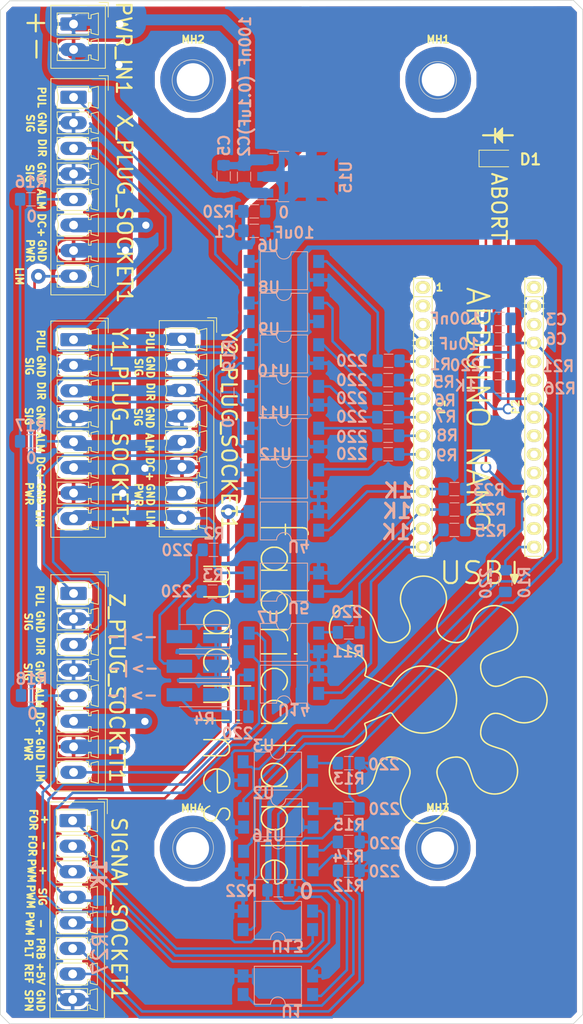
<source format=kicad_pcb>
(kicad_pcb (version 20171130) (host pcbnew "(6.0.0-rc1-dev-347-gd8782b751)")
  (title_block (date "jeu. 02 avril 2015"))
  (layers (0 F.Cu signal hide) (31 B.Cu signal hide) (34 B.Paste user hide) (35 F.Paste user hide) (36 B.SilkS user hide) (37 F.SilkS user) (38 B.Mask user hide) (39 F.Mask user hide) (44 Edge.Cuts user))
  (net 0 "")
  (net 1 /Reset)
  (net 2 GND)
  (net 3 PUL_X)
  (net 4 GNDPWR)
  (net 5 5V_ISO)
  (net 6 +36V)
  (net 7 +5V)
  (net 8 PUL_Y)
  (net 9 PUL_Z)
  (net 10 DIR_X)
  (net 11 DIR_Y)
  (net 12 DIR_Z)
  (net 13 LIM_X)
  (net 14 LIM_Y)
  (net 15 SPINDLE_PWM)
  (net 16 LIM_Z)
  (net 17 PROBE)
  (net 18 ABORT)
  (net 19 SPINDLE_EN)
  (net 20 "Net-(R1-Pad1)")
  (net 21 "Net-(R5-Pad1)")
  (net 22 "Net-(R6-Pad1)")
  (net 23 "Net-(R7-Pad1)")
  (net 24 "Net-(R8-Pad1)")
  (net 25 "Net-(R9-Pad1)")
  (net 26 "Net-(R10-Pad1)")
  (net 27 "Net-(R11-Pad1)")
  (net 28 "Net-(R12-Pad1)")
  (net 29 "Net-(R13-Pad1)")
  (net 30 "Net-(R14-Pad1)")
  (net 31 LIM_X_IN)
  (net 32 LIM_Y_IN)
  (net 33 LIM_Z_IN)
  (net 34 PUL_X_OUT)
  (net 35 PUL_Y_OUT)
  (net 36 PUL_Z_OUT)
  (net 37 DIR_X_OUT)
  (net 38 DIR_Y_OUT)
  (net 39 DIR_Z_OUT)
  (net 40 ALARM_IN)
  (net 41 GNDS)
  (net 42 "Net-(R19-Pad2)")
  (net 43 "Net-(R2-Pad2)")
  (net 44 "Net-(R2-Pad1)")
  (net 45 "Net-(R3-Pad2)")
  (net 46 "Net-(R3-Pad1)")
  (net 47 "Net-(R4-Pad2)")
  (net 48 "Net-(R4-Pad1)")
  (net 49 "Net-(R15-Pad1)")
  (net 50 "Net-(D1-Pad2)")
  (net 51 SIGNAL_SPEED)
  (net 52 GND_SPEED)
  (net 53 PROBE_PLATE)
  (net 54 SOURCE_SPEED)
  (net 55 GND_FOR)
  (net 56 SOURCE_FOR)
  (module Symbol:Fabricatable_machines_logo (layer F.Cu) (at 139.446 127.635 270)
    (fp_text reference REF**)
    (fp_text value fabricatable_machines)
  )
  (module Connector_Phoenix_MC:PhoenixContact_MCV_1,5_8-G-3.5_1x08_P3.50mm_Vertical (layer F.Cu) (at 91.44 144.272 270)
    (fp_text reference SIGNAL_SOCKET1 (at 12.065 -6.35 270 unlocked) (layer F.SilkS) (effects (font (size 2 2) (thickness 0.3))))
    (fp_text value Conn_01x08)
    (pad 8 thru_hole oval (at 24.5 0 270) (size 1.8 3.6) (drill 1.2) (layers *.Cu *.Mask) (net 41 GNDS))
    (pad 7 thru_hole oval (at 21 0 270) (size 1.8 3.6) (drill 1.2) (layers *.Cu *.Mask) (net 5 5V_ISO))
    (pad 6 thru_hole oval (at 17.5 0 270) (size 1.8 3.6) (drill 1.2) (layers *.Cu *.Mask) (net 53 PROBE_PLATE))
    (pad 5 thru_hole oval (at 14 0 270) (size 1.8 3.6) (drill 1.2) (layers *.Cu *.Mask) (net 52 GND_SPEED))
    (pad 4 thru_hole oval (at 10.5 0 270) (size 1.8 3.6) (drill 1.2) (layers *.Cu *.Mask) (net 51 SIGNAL_SPEED))
    (pad 3 thru_hole oval (at 7 0 270) (size 1.8 3.6) (drill 1.2) (layers *.Cu *.Mask) (net 54 SOURCE_SPEED))
    (pad 2 thru_hole oval (at 3.5 0 270) (size 1.8 3.6) (drill 1.2) (layers *.Cu *.Mask) (net 55 GND_FOR))
    (pad 1 thru_hole roundrect (at 0 0 270) (size 1.8 3.6) (drill 1.2) (layers *.Cu *.Mask) (roundrect_rratio 0.138889) (net 56 SOURCE_FOR))
  )
  (module Resistor_SMD:R_1206_3216Metric_Pad1.42x1.75mm_HandSolder (layer B.Cu) (at 95.123 156.718 90)
    (fp_text reference R27 (at -5.842 0.127 90) (layer B.SilkS) (effects (font (size 2 2) (thickness 0.3)) (justify mirror)))
    (fp_text value 1000)
    (pad 2 smd roundrect (at 1.4875 0 90) (size 1.425 1.75) (layers B.Cu B.Paste B.Mask) (roundrect_rratio 0.175439) (net 51 SIGNAL_SPEED))
    (pad 1 smd roundrect (at -1.4875 0 90) (size 1.425 1.75) (layers B.Cu B.Paste B.Mask) (roundrect_rratio 0.175439) (net 52 GND_SPEED))
  )
  (module Capacitor_SMD:C_1206_3216Metric_Pad1.42x1.75mm_HandSolder (layer B.Cu) (at 149.978461 78.359)
    (fp_text reference C6 (at 7.755539 -0.043705) (layer B.SilkS) (effects (font (size 1.5 1.5) (thickness 0.3)) (justify mirror)))
    (fp_text value 10uF)
    (pad 2 smd roundrect (at 1.4875 0) (size 1.425 1.75) (layers B.Cu B.Paste B.Mask) (roundrect_rratio 0.175439) (net 7 +5V))
    (pad 1 smd roundrect (at -1.4875 0) (size 1.425 1.75) (layers B.Cu B.Paste B.Mask) (roundrect_rratio 0.175439) (net 2 GND))
  )
  (module Capacitor_SMD:C_1206_3216Metric_Pad1.42x1.75mm_HandSolder (layer B.Cu) (at 112.141 56.007 270)
    (fp_text reference C5 (at -4.197 -0.069 270) (layer B.SilkS) (effects (font (size 1.5 1.5) (thickness 0.3)) (justify mirror)))
    (fp_text value 10uF)
    (pad 2 smd roundrect (at 1.4875 0 270) (size 1.425 1.75) (layers B.Cu B.Paste B.Mask) (roundrect_rratio 0.175439) (net 4 GNDPWR))
    (pad 1 smd roundrect (at -1.4875 0 270) (size 1.425 1.75) (layers B.Cu B.Paste B.Mask) (roundrect_rratio 0.175439) (net 6 +36V))
  )
  (module Resistor_SMD:R_1206_3216Metric_Pad1.42x1.75mm_HandSolder (layer B.Cu) (at 149.978461 84.816205 180)
    (fp_text reference R26 (at -8.263539 -0.273795 180) (layer B.SilkS) (effects (font (size 1.5 1.5) (thickness 0.3)) (justify mirror)))
    (fp_text value 1000)
    (pad 2 smd roundrect (at 1.4875 0 180) (size 1.425 1.75) (layers B.Cu B.Paste B.Mask) (roundrect_rratio 0.175439) (net 17 PROBE))
    (pad 1 smd roundrect (at -1.4875 0 180) (size 1.425 1.75) (layers B.Cu B.Paste B.Mask) (roundrect_rratio 0.175439) (net 7 +5V))
  )
  (module Resistor_SMD:R_1206_3216Metric_Pad1.42x1.75mm_HandSolder (layer B.Cu) (at 143.764 104.4575 180)
    (fp_text reference R25 (at -5.006 -0.1325 180) (layer B.SilkS) (effects (font (size 1.5 1.5) (thickness 0.3)) (justify mirror)))
    (fp_text value 1000)
    (pad 2 smd roundrect (at 1.4875 0 180) (size 1.425 1.75) (layers B.Cu B.Paste B.Mask) (roundrect_rratio 0.175439) (net 16 LIM_Z))
    (pad 1 smd roundrect (at -1.4875 0 180) (size 1.425 1.75) (layers B.Cu B.Paste B.Mask) (roundrect_rratio 0.175439) (net 7 +5V))
  )
  (module Resistor_SMD:R_1206_3216Metric_Pad1.42x1.75mm_HandSolder (layer B.Cu) (at 143.791 101.6635 180)
    (fp_text reference R24 (at -4.909 -0.0165 180) (layer B.SilkS) (effects (font (size 1.5 1.5) (thickness 0.3)) (justify mirror)))
    (fp_text value 1000)
    (pad 2 smd roundrect (at 1.4875 0 180) (size 1.425 1.75) (layers B.Cu B.Paste B.Mask) (roundrect_rratio 0.175439) (net 14 LIM_Y))
    (pad 1 smd roundrect (at -1.4875 0 180) (size 1.425 1.75) (layers B.Cu B.Paste B.Mask) (roundrect_rratio 0.175439) (net 7 +5V))
  )
  (module Resistor_SMD:R_1206_3216Metric_Pad1.42x1.75mm_HandSolder (layer B.Cu) (at 143.764 98.8695 180)
    (fp_text reference R23 (at -4.746 -0.1305 180) (layer B.SilkS) (effects (font (size 1.5 1.5) (thickness 0.3)) (justify mirror)))
    (fp_text value 1000)
    (pad 2 smd roundrect (at 1.4875 0 180) (size 1.425 1.75) (layers B.Cu B.Paste B.Mask) (roundrect_rratio 0.175439) (net 13 LIM_X))
    (pad 1 smd roundrect (at -1.4875 0 180) (size 1.425 1.75) (layers B.Cu B.Paste B.Mask) (roundrect_rratio 0.175439) (net 7 +5V))
  )
  (module Package_DIP:SMDIP-4_W9.53mm_Clearance8mm (layer B.Cu) (at 119.634 149.733 180)
    (fp_text reference U16 (at 1.397 3.429 180) (layer B.SilkS) (effects (font (size 1.5 1.5) (thickness 0.3)) (justify mirror)))
    (fp_text value SFH6206-3T)
    (pad 4 smd rect (at 4.765 1.27 180) (size 1.5 1.78) (layers B.Cu B.Paste B.Mask) (net 17 PROBE))
    (pad 2 smd rect (at -4.765 -1.27 180) (size 1.5 1.78) (layers B.Cu B.Paste B.Mask) (net 53 PROBE_PLATE))
    (pad 3 smd rect (at 4.765 -1.27 180) (size 1.5 1.78) (layers B.Cu B.Paste B.Mask) (net 2 GND))
    (pad 1 smd rect (at -4.765 1.27 180) (size 1.5 1.78) (layers B.Cu B.Paste B.Mask) (net 30 "Net-(R14-Pad1)"))
  )
  (module Resistor_SMD:R_1206_3216Metric_Pad1.42x1.75mm_HandSolder (layer B.Cu) (at 119.634 153.797)
    (fp_text reference R22 (at -5.094 0.113) (layer B.SilkS) (effects (font (size 1.5 1.5) (thickness 0.3)) (justify mirror)))
    (fp_text value 0)
    (pad 2 smd roundrect (at 1.4875 0) (size 1.425 1.75) (layers B.Cu B.Paste B.Mask) (roundrect_rratio 0.175439) (net 2 GND))
    (pad 1 smd roundrect (at -1.4875 0) (size 1.425 1.75) (layers B.Cu B.Paste B.Mask) (roundrect_rratio 0.175439) (net 2 GND))
  )
  (module LED_SMD:LED_1206_3216Metric_Pad1.42x1.75mm_HandSolder (layer F.Cu) (at 149.606 53.594)
    (fp_text reference D1 (at 4.572 0.127) (layer F.SilkS) (effects (font (size 1.5 1.5) (thickness 0.3))))
    (fp_text value LED)
    (pad 2 smd roundrect (at 1.4875 0) (size 1.425 1.75) (layers F.Cu F.Paste F.Mask) (roundrect_rratio 0.175439) (net 50 "Net-(D1-Pad2)"))
    (pad 1 smd roundrect (at -1.4875 0) (size 1.425 1.75) (layers F.Cu F.Paste F.Mask) (roundrect_rratio 0.175439) (net 18 ABORT))
  )
  (module Diode_SMD:D_SMA_Handsoldering (layer B.Cu) (at 108.57127 127.028648 180)
    (fp_text reference S1JA-13-F3 hide)
    (fp_text value DIODE)
    (pad 2 smd rect (at 2.5 0 180) (size 3.5 1.8) (layers B.Cu B.Paste B.Mask) (net 47 "Net-(R4-Pad2)"))
    (pad 1 smd rect (at -2.5 0 180) (size 3.5 1.8) (layers B.Cu B.Paste B.Mask) (net 5 5V_ISO))
  )
  (module Diode_SMD:D_SMA_Handsoldering (layer B.Cu) (at 108.57127 119.067648 180)
    (fp_text reference S1JA-13-F2 hide)
    (fp_text value DIODE)
    (pad 2 smd rect (at 2.5 0 180) (size 3.5 1.8) (layers B.Cu B.Paste B.Mask) (net 45 "Net-(R3-Pad2)"))
    (pad 1 smd rect (at -2.5 0 180) (size 3.5 1.8) (layers B.Cu B.Paste B.Mask) (net 5 5V_ISO))
  )
  (module Resistor_SMD:R_1206_3216Metric_Pad1.42x1.75mm_HandSolder (layer B.Cu) (at 149.978461 81.895205)
    (fp_text reference R21 (at 8.009539 0.146795) (layer B.SilkS) (effects (font (size 1.5 1.5) (thickness 0.3)) (justify mirror)))
    (fp_text value 220 (at -4.690461 0.019795) (layer B.SilkS) (effects (font (size 1.5 1.5) (thickness 0.3)) (justify mirror)))
    (pad 2 smd roundrect (at 1.4875 0) (size 1.425 1.75) (layers B.Cu B.Paste B.Mask) (roundrect_rratio 0.175439) (net 7 +5V))
    (pad 1 smd roundrect (at -1.4875 0) (size 1.425 1.75) (layers B.Cu B.Paste B.Mask) (roundrect_rratio 0.175439) (net 50 "Net-(D1-Pad2)"))
  )
  (module Diode_SMD:D_SMA_Handsoldering (layer B.Cu) (at 108.57127 123.131648 180)
    (fp_text reference S1JA-13-F1 hide)
    (fp_text value DIODE)
    (pad 2 smd rect (at 2.5 0 180) (size 3.5 1.8) (layers B.Cu B.Paste B.Mask) (net 43 "Net-(R2-Pad2)"))
    (pad 1 smd rect (at -2.5 0 180) (size 3.5 1.8) (layers B.Cu B.Paste B.Mask) (net 5 5V_ISO))
  )
  (module Connector_Phoenix_MC:PhoenixContact_MCV_1,5_8-G-3.5_1x08_P3.50mm_Vertical (layer F.Cu) (at 91.567 113.157 270)
    (fp_text reference Z_PLUG_SOCKET1 (at 12.923 -5.923 270 unlocked) (layer F.SilkS) (effects (font (size 2 2) (thickness 0.3))))
    (fp_text value Conn_01x08)
    (pad 8 thru_hole oval (at 24.5 0 270) (size 1.8 3.6) (drill 1.2) (layers *.Cu *.Mask) (net 33 LIM_Z_IN))
    (pad 7 thru_hole oval (at 21 0 270) (size 1.8 3.6) (drill 1.2) (layers *.Cu *.Mask) (net 4 GNDPWR))
    (pad 6 thru_hole oval (at 17.5 0 270) (size 1.8 3.6) (drill 1.2) (layers *.Cu *.Mask) (net 6 +36V))
    (pad 5 thru_hole oval (at 14 0 270) (size 1.8 3.6) (drill 1.2) (layers *.Cu *.Mask) (net 40 ALARM_IN))
    (pad 4 thru_hole oval (at 10.5 0 270) (size 1.8 3.6) (drill 1.2) (layers *.Cu *.Mask) (net 41 GNDS))
    (pad 3 thru_hole oval (at 7 0 270) (size 1.8 3.6) (drill 1.2) (layers *.Cu *.Mask) (net 39 DIR_Z_OUT))
    (pad 2 thru_hole oval (at 3.5 0 270) (size 1.8 3.6) (drill 1.2) (layers *.Cu *.Mask) (net 41 GNDS))
    (pad 1 thru_hole roundrect (at 0 0 270) (size 1.8 3.6) (drill 1.2) (layers *.Cu *.Mask) (roundrect_rratio 0.138889) (net 36 PUL_Z_OUT))
  )
  (module Connector_Phoenix_MC:PhoenixContact_MCV_1,5_2-G-3.5_1x02_P3.50mm_Vertical (layer F.Cu) (at 91.567 35.179 270)
    (fp_text reference PWR_IN1 (at 3.302 -6.858 270 unlocked) (layer F.SilkS) (effects (font (size 2 2) (thickness 0.3))))
    (fp_text value Conn_01x02)
    (pad 2 thru_hole oval (at 3.5 0 270) (size 1.8 3.6) (drill 1.2) (layers *.Cu *.Mask) (net 4 GNDPWR))
    (pad 1 thru_hole roundrect (at 0 0 270) (size 1.8 3.6) (drill 1.2) (layers *.Cu *.Mask) (roundrect_rratio 0.138889) (net 6 +36V))
  )
  (module Connector_Phoenix_MC:PhoenixContact_MCV_1,5_8-G-3.5_1x08_P3.50mm_Vertical (layer F.Cu) (at 106.426 78.359 270)
    (fp_text reference Y2_PLUG_SOCKET1 (at 12.371 -6.434 270 unlocked) (layer F.SilkS) (effects (font (size 2 2) (thickness 0.3))))
    (fp_text value Conn_01x08)
    (pad 8 thru_hole oval (at 24.5 0 270) (size 1.8 3.6) (drill 1.2) (layers *.Cu *.Mask) (net 32 LIM_Y_IN))
    (pad 7 thru_hole oval (at 21 0 270) (size 1.8 3.6) (drill 1.2) (layers *.Cu *.Mask) (net 4 GNDPWR))
    (pad 6 thru_hole oval (at 17.5 0 270) (size 1.8 3.6) (drill 1.2) (layers *.Cu *.Mask) (net 6 +36V))
    (pad 5 thru_hole oval (at 14 0 270) (size 1.8 3.6) (drill 1.2) (layers *.Cu *.Mask) (net 40 ALARM_IN))
    (pad 4 thru_hole oval (at 10.5 0 270) (size 1.8 3.6) (drill 1.2) (layers *.Cu *.Mask) (net 41 GNDS))
    (pad 3 thru_hole oval (at 7 0 270) (size 1.8 3.6) (drill 1.2) (layers *.Cu *.Mask) (net 38 DIR_Y_OUT))
    (pad 2 thru_hole oval (at 3.5 0 270) (size 1.8 3.6) (drill 1.2) (layers *.Cu *.Mask) (net 41 GNDS))
    (pad 1 thru_hole roundrect (at 0 0 270) (size 1.8 3.6) (drill 1.2) (layers *.Cu *.Mask) (roundrect_rratio 0.138889) (net 35 PUL_Y_OUT))
  )
  (module Connector_Phoenix_MC:PhoenixContact_MCV_1,5_8-G-3.5_1x08_P3.50mm_Vertical (layer F.Cu) (at 91.567 78.410278 270)
    (fp_text reference Y1_PLUG_SOCKET1 (at 12.149722 -6.323 270 unlocked) (layer F.SilkS) (effects (font (size 2 2) (thickness 0.3))))
    (fp_text value Conn_01x08)
    (pad 8 thru_hole oval (at 24.5 0 270) (size 1.8 3.6) (drill 1.2) (layers *.Cu *.Mask) (net 32 LIM_Y_IN))
    (pad 7 thru_hole oval (at 21 0 270) (size 1.8 3.6) (drill 1.2) (layers *.Cu *.Mask) (net 4 GNDPWR))
    (pad 6 thru_hole oval (at 17.5 0 270) (size 1.8 3.6) (drill 1.2) (layers *.Cu *.Mask) (net 6 +36V))
    (pad 5 thru_hole oval (at 14 0 270) (size 1.8 3.6) (drill 1.2) (layers *.Cu *.Mask) (net 40 ALARM_IN))
    (pad 4 thru_hole oval (at 10.5 0 270) (size 1.8 3.6) (drill 1.2) (layers *.Cu *.Mask) (net 41 GNDS))
    (pad 3 thru_hole oval (at 7 0 270) (size 1.8 3.6) (drill 1.2) (layers *.Cu *.Mask) (net 38 DIR_Y_OUT))
    (pad 2 thru_hole oval (at 3.5 0 270) (size 1.8 3.6) (drill 1.2) (layers *.Cu *.Mask) (net 41 GNDS))
    (pad 1 thru_hole roundrect (at 0 0 270) (size 1.8 3.6) (drill 1.2) (layers *.Cu *.Mask) (roundrect_rratio 0.138889) (net 35 PUL_Y_OUT))
  )
  (module Connector_Phoenix_MC:PhoenixContact_MCV_1,5_8-G-3.5_1x08_P3.50mm_Vertical (layer F.Cu) (at 91.567 45.212 270)
    (fp_text reference X_PLUG_SOCKET1 (at 15.24 -6.985 270 unlocked) (layer F.SilkS) (effects (font (size 2 2) (thickness 0.3))))
    (fp_text value Conn_01x08)
    (pad 8 thru_hole oval (at 24.5 0 270) (size 1.8 3.6) (drill 1.2) (layers *.Cu *.Mask) (net 31 LIM_X_IN))
    (pad 7 thru_hole oval (at 21 0 270) (size 1.8 3.6) (drill 1.2) (layers *.Cu *.Mask) (net 4 GNDPWR))
    (pad 6 thru_hole oval (at 17.5 0 270) (size 1.8 3.6) (drill 1.2) (layers *.Cu *.Mask) (net 6 +36V))
    (pad 5 thru_hole oval (at 14 0 270) (size 1.8 3.6) (drill 1.2) (layers *.Cu *.Mask) (net 40 ALARM_IN))
    (pad 4 thru_hole oval (at 10.5 0 270) (size 1.8 3.6) (drill 1.2) (layers *.Cu *.Mask) (net 41 GNDS))
    (pad 3 thru_hole oval (at 7 0 270) (size 1.8 3.6) (drill 1.2) (layers *.Cu *.Mask) (net 37 DIR_X_OUT))
    (pad 2 thru_hole oval (at 3.5 0 270) (size 1.8 3.6) (drill 1.2) (layers *.Cu *.Mask) (net 41 GNDS))
    (pad 1 thru_hole roundrect (at 0 0 270) (size 1.8 3.6) (drill 1.2) (layers *.Cu *.Mask) (roundrect_rratio 0.138889) (net 34 PUL_X_OUT))
  )
  (module MountingHole:MountingHole_4.5mm_Pad (layer F.Cu) (at 107.8865 148.082)
    (fp_text reference MH4 (at 0 -5.5) (layer F.SilkS) (effects (font (thickness 0.3))))
    (fp_text value MountingHole)
    (pad 1 thru_hole circle (at 0 0) (size 9 9) (drill 4.5) (layers *.Cu *.Mask))
  )
  (module MountingHole:MountingHole_4.5mm_Pad (layer F.Cu) (at 141.478 148.0185)
    (fp_text reference MH3 (at 0 -5.5) (layer F.SilkS) (effects (font (thickness 0.3))))
    (fp_text value MountingHole)
    (pad 1 thru_hole circle (at 0 0) (size 9 9) (drill 4.5) (layers *.Cu *.Mask))
  )
  (module MountingHole:MountingHole_4.5mm_Pad (layer F.Cu) (at 107.95 42.799)
    (fp_text reference MH2 (at 0 -5.5) (layer F.SilkS) (effects (font (thickness 0.3))))
    (fp_text value MountingHole)
    (pad 1 thru_hole circle (at 0 0) (size 9 9) (drill 4.5) (layers *.Cu *.Mask))
  )
  (module MountingHole:MountingHole_4.5mm_Pad (layer F.Cu) (at 141.5415 42.799)
    (fp_text reference MH1 (at 0 -5.5) (layer F.SilkS) (effects (font (thickness 0.3))))
    (fp_text value MountingHole)
    (pad 1 thru_hole circle (at 0 0) (size 9 9) (drill 4.5) (layers *.Cu *.Mask))
  )
  (module Resistor_SMD:R_1206_3216Metric_Pad1.42x1.75mm_HandSolder (layer B.Cu) (at 116.332 60.833)
    (fp_text reference R20 (at -4.912 0.067) (layer B.SilkS) (effects (font (size 1.5 1.5) (thickness 0.3)) (justify mirror)))
    (fp_text value 0 (at 4.048 0.157) (layer B.SilkS) (effects (font (size 1.5 1.5) (thickness 0.3)) (justify mirror)))
    (pad 2 smd roundrect (at 1.4875 0) (size 1.425 1.75) (layers B.Cu B.Paste B.Mask) (roundrect_rratio 0.175439) (net 4 GNDPWR))
    (pad 1 smd roundrect (at -1.4875 0) (size 1.425 1.75) (layers B.Cu B.Paste B.Mask) (roundrect_rratio 0.175439) (net 41 GNDS))
  )
  (module Resistor_SMD:R_1206_3216Metric_Pad1.42x1.75mm_HandSolder (layer B.Cu) (at 112.649 85.598 90)
    (fp_text reference R19 (at 5.08 0.254 90) (layer B.SilkS) (effects (font (size 1.5 1.5) (thickness 0.3)) (justify mirror)))
    (fp_text value 0 (at -4.191 0.127 90) (layer B.SilkS) (effects (font (size 1.5 1.5) (thickness 0.3)) (justify mirror)))
    (pad 2 smd roundrect (at 1.4875 0 90) (size 1.425 1.75) (layers B.Cu B.Paste B.Mask) (roundrect_rratio 0.175439) (net 42 "Net-(R19-Pad2)"))
    (pad 1 smd roundrect (at -1.4875 0 90) (size 1.425 1.75) (layers B.Cu B.Paste B.Mask) (roundrect_rratio 0.175439) (net 36 PUL_Z_OUT))
  )
  (module Resistor_SMD:R_1206_3216Metric_Pad1.42x1.75mm_HandSolder (layer B.Cu) (at 85.852 127.127 180)
    (fp_text reference R18 (at 0.042 2.277 180) (layer B.SilkS) (effects (font (size 1.5 1.5) (thickness 0.3)) (justify mirror)))
    (fp_text value 0 (at -0.098 -2.493 180) (layer B.SilkS) (effects (font (size 1.5 1.5) (thickness 0.3)) (justify mirror)))
    (pad 2 smd roundrect (at 1.4875 0 180) (size 1.425 1.75) (layers B.Cu B.Paste B.Mask) (roundrect_rratio 0.175439) (net 40 ALARM_IN))
    (pad 1 smd roundrect (at -1.4875 0 180) (size 1.425 1.75) (layers B.Cu B.Paste B.Mask) (roundrect_rratio 0.175439) (net 40 ALARM_IN))
  )
  (module Resistor_SMD:R_1206_3216Metric_Pad1.42x1.75mm_HandSolder (layer B.Cu) (at 85.725 92.329 180)
    (fp_text reference R17 (at 0.005 2.159 180) (layer B.SilkS) (effects (font (size 1.5 1.5) (thickness 0.3)) (justify mirror)))
    (fp_text value 0 (at -0.045 -2.301 180) (layer B.SilkS) (effects (font (size 1.5 1.5) (thickness 0.3)) (justify mirror)))
    (pad 2 smd roundrect (at 1.4875 0 180) (size 1.425 1.75) (layers B.Cu B.Paste B.Mask) (roundrect_rratio 0.175439) (net 40 ALARM_IN))
    (pad 1 smd roundrect (at -1.4875 0 180) (size 1.425 1.75) (layers B.Cu B.Paste B.Mask) (roundrect_rratio 0.175439) (net 40 ALARM_IN))
  )
  (module Resistor_SMD:R_1206_3216Metric_Pad1.42x1.75mm_HandSolder (layer B.Cu) (at 85.725 59.182 180)
    (fp_text reference R16 (at 0.035 2.382 180) (layer B.SilkS) (effects (font (size 1.5 1.5) (thickness 0.3)) (justify mirror)))
    (fp_text value 0 (at -0.105 -2.358 180) (layer B.SilkS) (effects (font (size 1.5 1.5) (thickness 0.3)) (justify mirror)))
    (pad 2 smd roundrect (at 1.4875 0 180) (size 1.425 1.75) (layers B.Cu B.Paste B.Mask) (roundrect_rratio 0.175439) (net 40 ALARM_IN))
    (pad 1 smd roundrect (at -1.4875 0 180) (size 1.425 1.75) (layers B.Cu B.Paste B.Mask) (roundrect_rratio 0.175439) (net 40 ALARM_IN))
  )
  (module Resistor_SMD:R_1206_3216Metric_Pad1.42x1.75mm_HandSolder (layer B.Cu) (at 129.286 151.13)
    (fp_text reference R12 (at -0.016 2.08) (layer B.SilkS) (effects (font (size 1.5 1.5) (thickness 0.3)) (justify mirror)))
    (fp_text value 220 (at 4.884 0.1) (layer B.SilkS) (effects (font (size 1.5 1.5) (thickness 0.3)) (justify mirror)))
    (pad 2 smd roundrect (at 1.4875 0) (size 1.425 1.75) (layers B.Cu B.Paste B.Mask) (roundrect_rratio 0.175439) (net 5 5V_ISO))
    (pad 1 smd roundrect (at -1.4875 0) (size 1.425 1.75) (layers B.Cu B.Paste B.Mask) (roundrect_rratio 0.175439) (net 28 "Net-(R12-Pad1)"))
  )
  (module Package_DIP:SMDIP-4_W9.53mm_Clearance8mm (layer B.Cu) (at 120.396 125.578611)
    (fp_text reference U14 (at 1.397 3.453389 180 unlocked) (layer B.SilkS) (effects (font (size 1.5 1.5) (thickness 0.3)) (justify mirror)))
    (fp_text value SFH6206-3T)
    (pad 4 smd rect (at 4.765 1.27) (size 1.5 1.78) (layers B.Cu B.Paste B.Mask) (net 16 LIM_Z))
    (pad 2 smd rect (at -4.765 -1.27) (size 1.5 1.78) (layers B.Cu B.Paste B.Mask) (net 33 LIM_Z_IN))
    (pad 3 smd rect (at 4.765 -1.27) (size 1.5 1.78) (layers B.Cu B.Paste B.Mask) (net 2 GND))
    (pad 1 smd rect (at -4.765 1.27) (size 1.5 1.78) (layers B.Cu B.Paste B.Mask) (net 48 "Net-(R4-Pad1)"))
  )
  (module Package_DIP:SMDIP-4_W9.53mm_Clearance8mm (layer B.Cu) (at 119.5705 157.9245)
    (fp_text reference U13 (at 1.3335 3.4925 180 unlocked) (layer B.SilkS) (effects (font (size 1.5 1.5) (thickness 0.3)) (justify mirror)))
    (fp_text value SFH6206-3T)
    (pad 4 smd rect (at 4.765 1.27) (size 1.5 1.78) (layers B.Cu B.Paste B.Mask) (net 56 SOURCE_FOR))
    (pad 2 smd rect (at -4.765 -1.27) (size 1.5 1.78) (layers B.Cu B.Paste B.Mask) (net 2 GND))
    (pad 3 smd rect (at 4.765 -1.27) (size 1.5 1.78) (layers B.Cu B.Paste B.Mask) (net 55 GND_FOR))
    (pad 1 smd rect (at -4.765 1.27) (size 1.5 1.78) (layers B.Cu B.Paste B.Mask) (net 26 "Net-(R10-Pad1)"))
  )
  (module Package_DIP:SMDIP-4_W9.53mm_Clearance8mm (layer B.Cu) (at 120.396 97.511611 180)
    (fp_text reference U12 (at 1.143 3.404611 180) (layer B.SilkS) (effects (font (size 1.5 1.5) (thickness 0.3)) (justify mirror)))
    (fp_text value SFH6206-3T)
    (pad 4 smd rect (at 4.765 1.27 180) (size 1.5 1.78) (layers B.Cu B.Paste B.Mask) (net 5 5V_ISO))
    (pad 2 smd rect (at -4.765 -1.27 180) (size 1.5 1.78) (layers B.Cu B.Paste B.Mask) (net 2 GND))
    (pad 3 smd rect (at 4.765 -1.27 180) (size 1.5 1.78) (layers B.Cu B.Paste B.Mask) (net 39 DIR_Z_OUT))
    (pad 1 smd rect (at -4.765 1.27 180) (size 1.5 1.78) (layers B.Cu B.Paste B.Mask) (net 25 "Net-(R9-Pad1)"))
  )
  (module Package_DIP:SMDIP-4_W9.53mm_Clearance8mm (layer B.Cu) (at 120.396 91.796611 180)
    (fp_text reference U11 (at 1.397 3.404611 180) (layer B.SilkS) (effects (font (size 1.5 1.5) (thickness 0.3)) (justify mirror)))
    (fp_text value SFH6206-3T)
    (pad 4 smd rect (at 4.765 1.27 180) (size 1.5 1.78) (layers B.Cu B.Paste B.Mask) (net 5 5V_ISO))
    (pad 2 smd rect (at -4.765 -1.27 180) (size 1.5 1.78) (layers B.Cu B.Paste B.Mask) (net 2 GND))
    (pad 3 smd rect (at 4.765 -1.27 180) (size 1.5 1.78) (layers B.Cu B.Paste B.Mask) (net 38 DIR_Y_OUT))
    (pad 1 smd rect (at -4.765 1.27 180) (size 1.5 1.78) (layers B.Cu B.Paste B.Mask) (net 24 "Net-(R8-Pad1)"))
  )
  (module Package_DIP:SMDIP-4_W9.53mm_Clearance8mm (layer B.Cu) (at 120.396 86.081611 180)
    (fp_text reference U10 (at 1.397 3.404611 180) (layer B.SilkS) (effects (font (size 1.5 1.5) (thickness 0.3)) (justify mirror)))
    (fp_text value SFH6206-3T)
    (pad 4 smd rect (at 4.765 1.27 180) (size 1.5 1.78) (layers B.Cu B.Paste B.Mask) (net 5 5V_ISO))
    (pad 2 smd rect (at -4.765 -1.27 180) (size 1.5 1.78) (layers B.Cu B.Paste B.Mask) (net 2 GND))
    (pad 3 smd rect (at 4.765 -1.27 180) (size 1.5 1.78) (layers B.Cu B.Paste B.Mask) (net 37 DIR_X_OUT))
    (pad 1 smd rect (at -4.765 1.27 180) (size 1.5 1.78) (layers B.Cu B.Paste B.Mask) (net 23 "Net-(R7-Pad1)"))
  )
  (module Package_DIP:SMDIP-4_W9.53mm_Clearance8mm (layer B.Cu) (at 120.396 80.366611 180)
    (fp_text reference U9 (at 2.032 3.404611 180) (layer B.SilkS) (effects (font (size 1.5 1.5) (thickness 0.3)) (justify mirror)))
    (fp_text value SFH6206-3T)
    (pad 4 smd rect (at 4.765 1.27 180) (size 1.5 1.78) (layers B.Cu B.Paste B.Mask) (net 5 5V_ISO))
    (pad 2 smd rect (at -4.765 -1.27 180) (size 1.5 1.78) (layers B.Cu B.Paste B.Mask) (net 2 GND))
    (pad 3 smd rect (at 4.765 -1.27 180) (size 1.5 1.78) (layers B.Cu B.Paste B.Mask) (net 42 "Net-(R19-Pad2)"))
    (pad 1 smd rect (at -4.765 1.27 180) (size 1.5 1.78) (layers B.Cu B.Paste B.Mask) (net 22 "Net-(R6-Pad1)"))
  )
  (module Package_DIP:SMDIP-4_W9.53mm_Clearance8mm (layer B.Cu) (at 120.396 74.651611 180)
    (fp_text reference U8 (at 2.032 3.404611 180) (layer B.SilkS) (effects (font (size 1.5 1.5) (thickness 0.3)) (justify mirror)))
    (fp_text value SFH6206-3T)
    (pad 4 smd rect (at 4.765 1.27 180) (size 1.5 1.78) (layers B.Cu B.Paste B.Mask) (net 5 5V_ISO))
    (pad 2 smd rect (at -4.765 -1.27 180) (size 1.5 1.78) (layers B.Cu B.Paste B.Mask) (net 2 GND))
    (pad 3 smd rect (at 4.765 -1.27 180) (size 1.5 1.78) (layers B.Cu B.Paste B.Mask) (net 35 PUL_Y_OUT))
    (pad 1 smd rect (at -4.765 1.27 180) (size 1.5 1.78) (layers B.Cu B.Paste B.Mask) (net 21 "Net-(R5-Pad1)"))
  )
  (module Package_DIP:SMDIP-4_W9.53mm_Clearance8mm (layer B.Cu) (at 120.396 119.863611 180)
    (fp_text reference U7 (at 2.159 3.404611 180) (layer B.SilkS) (effects (font (size 1.5 1.5) (thickness 0.3)) (justify mirror)))
    (fp_text value SFH6206-3T)
    (pad 4 smd rect (at 4.765 1.27 180) (size 1.5 1.78) (layers B.Cu B.Paste B.Mask) (net 54 SOURCE_SPEED))
    (pad 2 smd rect (at -4.765 -1.27 180) (size 1.5 1.78) (layers B.Cu B.Paste B.Mask) (net 2 GND))
    (pad 3 smd rect (at 4.765 -1.27 180) (size 1.5 1.78) (layers B.Cu B.Paste B.Mask) (net 51 SIGNAL_SPEED))
    (pad 1 smd rect (at -4.765 1.27 180) (size 1.5 1.78) (layers B.Cu B.Paste B.Mask) (net 27 "Net-(R11-Pad1)"))
  )
  (module Package_DIP:SMDIP-4_W9.53mm_Clearance8mm (layer B.Cu) (at 120.396 68.961 180)
    (fp_text reference U6 (at 2.159 3.429 180) (layer B.SilkS) (effects (font (size 1.5 1.5) (thickness 0.3)) (justify mirror)))
    (fp_text value SFH6206-3T)
    (pad 4 smd rect (at 4.765 1.27 180) (size 1.5 1.78) (layers B.Cu B.Paste B.Mask) (net 5 5V_ISO))
    (pad 2 smd rect (at -4.765 -1.27 180) (size 1.5 1.78) (layers B.Cu B.Paste B.Mask) (net 2 GND))
    (pad 3 smd rect (at 4.765 -1.27 180) (size 1.5 1.78) (layers B.Cu B.Paste B.Mask) (net 34 PUL_X_OUT))
    (pad 1 smd rect (at -4.765 1.27 180) (size 1.5 1.78) (layers B.Cu B.Paste B.Mask) (net 20 "Net-(R1-Pad1)"))
  )
  (module Package_DIP:SMDIP-4_W9.53mm_Clearance8mm (layer B.Cu) (at 120.396 111.608611)
    (fp_text reference U5 (at 2.032 3.453389 180 unlocked) (layer B.SilkS) (effects (font (size 1.5 1.5) (thickness 0.3)) (justify mirror)))
    (fp_text value SFH6206-3T)
    (pad 4 smd rect (at 4.765 1.27) (size 1.5 1.78) (layers B.Cu B.Paste B.Mask) (net 14 LIM_Y))
    (pad 2 smd rect (at -4.765 -1.27) (size 1.5 1.78) (layers B.Cu B.Paste B.Mask) (net 32 LIM_Y_IN))
    (pad 3 smd rect (at 4.765 -1.27) (size 1.5 1.78) (layers B.Cu B.Paste B.Mask) (net 2 GND))
    (pad 1 smd rect (at -4.765 1.27) (size 1.5 1.78) (layers B.Cu B.Paste B.Mask) (net 46 "Net-(R3-Pad1)"))
  )
  (module Package_DIP:SMDIP-4_W9.53mm_Clearance8mm (layer B.Cu) (at 120.396 103.226611)
    (fp_text reference U4 (at 2.032 3.453389 180 unlocked) (layer B.SilkS) (effects (font (size 1.5 1.5) (thickness 0.3)) (justify mirror)))
    (fp_text value SFH6206-3T)
    (pad 4 smd rect (at 4.765 1.27) (size 1.5 1.78) (layers B.Cu B.Paste B.Mask) (net 13 LIM_X))
    (pad 2 smd rect (at -4.765 -1.27) (size 1.5 1.78) (layers B.Cu B.Paste B.Mask) (net 31 LIM_X_IN))
    (pad 3 smd rect (at 4.765 -1.27) (size 1.5 1.78) (layers B.Cu B.Paste B.Mask) (net 2 GND))
    (pad 1 smd rect (at -4.765 1.27) (size 1.5 1.78) (layers B.Cu B.Paste B.Mask) (net 44 "Net-(R2-Pad1)"))
  )
  (module Package_DIP:SMDIP-4_W9.53mm_Clearance8mm (layer B.Cu) (at 119.5705 137.4775 180)
    (fp_text reference U3 (at 1.9685 3.4925 180) (layer B.SilkS) (effects (font (size 1.5 1.5) (thickness 0.3)) (justify mirror)))
    (fp_text value SFH6206-3T)
    (pad 4 smd rect (at 4.765 1.27 180) (size 1.5 1.78) (layers B.Cu B.Paste B.Mask) (net 18 ABORT))
    (pad 2 smd rect (at -4.765 -1.27 180) (size 1.5 1.78) (layers B.Cu B.Paste B.Mask) (net 40 ALARM_IN))
    (pad 3 smd rect (at 4.765 -1.27 180) (size 1.5 1.78) (layers B.Cu B.Paste B.Mask) (net 2 GND))
    (pad 1 smd rect (at -4.765 1.27 180) (size 1.5 1.78) (layers B.Cu B.Paste B.Mask) (net 29 "Net-(R13-Pad1)"))
  )
  (module Package_DIP:SMDIP-4_W9.53mm_Clearance8mm (layer B.Cu) (at 119.634 143.891 180)
    (fp_text reference U2 (at 2.032 3.429 180) (layer B.SilkS) (effects (font (size 1.5 1.5) (thickness 0.3)) (justify mirror)))
    (fp_text value SFH6206-3T)
    (pad 4 smd rect (at 4.765 1.27 180) (size 1.5 1.78) (layers B.Cu B.Paste B.Mask) (net 18 ABORT))
    (pad 2 smd rect (at -4.765 -1.27 180) (size 1.5 1.78) (layers B.Cu B.Paste B.Mask) (net 2 GND))
    (pad 3 smd rect (at 4.765 -1.27 180) (size 1.5 1.78) (layers B.Cu B.Paste B.Mask) (net 2 GND))
    (pad 1 smd rect (at -4.765 1.27 180) (size 1.5 1.78) (layers B.Cu B.Paste B.Mask) (net 49 "Net-(R15-Pad1)"))
  )
  (module Package_DIP:SMDIP-4_W9.53mm_Clearance8mm (layer B.Cu) (at 119.5705 166.8145)
    (fp_text reference U1 (at 1.9685 3.4925 180 unlocked) (layer B.SilkS) (effects (font (size 1.5 1.5) (thickness 0.3)) (justify mirror)))
    (fp_text value SFH6206-3T)
    (pad 4 smd rect (at 4.765 1.27) (size 1.5 1.78) (layers B.Cu B.Paste B.Mask) (net 49 "Net-(R15-Pad1)"))
    (pad 2 smd rect (at -4.765 -1.27) (size 1.5 1.78) (layers B.Cu B.Paste B.Mask) (net 41 GNDS))
    (pad 3 smd rect (at 4.765 -1.27) (size 1.5 1.78) (layers B.Cu B.Paste B.Mask) (net 2 GND))
    (pad 1 smd rect (at -4.765 1.27) (size 1.5 1.78) (layers B.Cu B.Paste B.Mask) (net 28 "Net-(R12-Pad1)"))
  )
  (module Package_TO_SOT_SMD:TO-252-3_TabPin2 (layer B.Cu) (at 122.047 56.058548)
    (fp_text reference U15 (at 6.853 0.091452 270) (layer B.SilkS) (effects (font (size 1.5 1.5) (thickness 0.3)) (justify mirror)))
    (fp_text value IFX27001TFV50ATMA1CT-ND)
    (pad 2 smd rect (at 2.1 0) (size 6.4 5.8) (layers B.Cu B.Mask) (net 5 5V_ISO))
    (pad 3 smd rect (at -4.2 -2.28) (size 2.2 1.2) (layers B.Cu B.Paste B.Mask) (net 6 +36V))
    (pad 2 smd rect (at -4.2 0) (size 2.2 1.2) (layers B.Cu B.Paste B.Mask) (net 5 5V_ISO))
    (pad 1 smd rect (at -4.2 2.28) (size 2.2 1.2) (layers B.Cu B.Paste B.Mask) (net 4 GNDPWR))
  )
  (module Resistor_SMD:R_1206_3216Metric_Pad1.42x1.75mm_HandSolder (layer B.Cu) (at 129.286 142.621)
    (fp_text reference R15 (at 0.064 2.219) (layer B.SilkS) (effects (font (size 1.5 1.5) (thickness 0.3)) (justify mirror)))
    (fp_text value 220 (at 4.864 0.059) (layer B.SilkS) (effects (font (size 1.5 1.5) (thickness 0.3)) (justify mirror)))
    (pad 2 smd roundrect (at 1.4875 0) (size 1.425 1.75) (layers B.Cu B.Paste B.Mask) (roundrect_rratio 0.175439) (net 7 +5V))
    (pad 1 smd roundrect (at -1.4875 0) (size 1.425 1.75) (layers B.Cu B.Paste B.Mask) (roundrect_rratio 0.175439) (net 49 "Net-(R15-Pad1)"))
  )
  (module Resistor_SMD:R_1206_3216Metric_Pad1.42x1.75mm_HandSolder (layer B.Cu) (at 129.286 147.193)
    (fp_text reference R14 (at -0.036 1.997) (layer B.SilkS) (effects (font (size 1.5 1.5) (thickness 0.3)) (justify mirror)))
    (fp_text value 220 (at 4.924 0.187) (layer B.SilkS) (effects (font (size 1.5 1.5) (thickness 0.3)) (justify mirror)))
    (pad 2 smd roundrect (at 1.4875 0) (size 1.425 1.75) (layers B.Cu B.Paste B.Mask) (roundrect_rratio 0.175439) (net 5 5V_ISO))
    (pad 1 smd roundrect (at -1.4875 0) (size 1.425 1.75) (layers B.Cu B.Paste B.Mask) (roundrect_rratio 0.175439) (net 30 "Net-(R14-Pad1)"))
  )
  (module Resistor_SMD:R_1206_3216Metric_Pad1.42x1.75mm_HandSolder (layer B.Cu) (at 129.286 136.398)
    (fp_text reference R13 (at 0.024 2.132) (layer B.SilkS) (effects (font (size 1.5 1.5) (thickness 0.3)) (justify mirror)))
    (fp_text value 220 (at 4.804 0.182) (layer B.SilkS) (effects (font (size 1.5 1.5) (thickness 0.3)) (justify mirror)))
    (pad 2 smd roundrect (at 1.4875 0) (size 1.425 1.75) (layers B.Cu B.Paste B.Mask) (roundrect_rratio 0.175439) (net 5 5V_ISO))
    (pad 1 smd roundrect (at -1.4875 0) (size 1.425 1.75) (layers B.Cu B.Paste B.Mask) (roundrect_rratio 0.175439) (net 29 "Net-(R13-Pad1)"))
  )
  (module Resistor_SMD:R_1206_3216Metric_Pad1.42x1.75mm_HandSolder (layer B.Cu) (at 129.286 118.491)
    (fp_text reference R11 (at -0.066 2.629) (layer B.SilkS) (effects (font (size 1.5 1.5) (thickness 0.3)) (justify mirror)))
    (fp_text value 220 (at -0.254 -2.794) (layer B.SilkS) (effects (font (size 1.5 1.5) (thickness 0.3)) (justify mirror)))
    (pad 2 smd roundrect (at 1.4875 0) (size 1.425 1.75) (layers B.Cu B.Paste B.Mask) (roundrect_rratio 0.175439) (net 15 SPINDLE_PWM))
    (pad 1 smd roundrect (at -1.4875 0) (size 1.425 1.75) (layers B.Cu B.Paste B.Mask) (roundrect_rratio 0.175439) (net 27 "Net-(R11-Pad1)"))
  )
  (module Resistor_SMD:R_1206_3216Metric_Pad1.42x1.75mm_HandSolder (layer B.Cu) (at 150.749 111.4695 90)
    (fp_text reference R10 (at -0.1635 2.611 90) (layer B.SilkS) (effects (font (size 1.5 1.5) (thickness 0.3)) (justify mirror)))
    (fp_text value 220 (at -0.2905 -2.667 90) (layer B.SilkS) (effects (font (size 1.5 1.5) (thickness 0.3)) (justify mirror)))
    (pad 2 smd roundrect (at 1.4875 0 90) (size 1.425 1.75) (layers B.Cu B.Paste B.Mask) (roundrect_rratio 0.175439) (net 19 SPINDLE_EN))
    (pad 1 smd roundrect (at -1.4875 0 90) (size 1.425 1.75) (layers B.Cu B.Paste B.Mask) (roundrect_rratio 0.175439) (net 26 "Net-(R10-Pad1)"))
  )
  (module Resistor_SMD:R_1206_3216Metric_Pad1.42x1.75mm_HandSolder (layer B.Cu) (at 134.689336 94.104002)
    (fp_text reference R9 (at 8.040664 0.145998) (layer B.SilkS) (effects (font (size 1.5 1.5) (thickness 0.3)) (justify mirror)))
    (fp_text value 220 (at -4.989336 -0.044002) (layer B.SilkS) (effects (font (size 1.5 1.5) (thickness 0.3)) (justify mirror)))
    (pad 2 smd roundrect (at 1.4875 0) (size 1.425 1.75) (layers B.Cu B.Paste B.Mask) (roundrect_rratio 0.175439) (net 12 DIR_Z))
    (pad 1 smd roundrect (at -1.4875 0) (size 1.425 1.75) (layers B.Cu B.Paste B.Mask) (roundrect_rratio 0.175439) (net 25 "Net-(R9-Pad1)"))
  )
  (module Resistor_SMD:R_1206_3216Metric_Pad1.42x1.75mm_HandSolder (layer B.Cu) (at 134.689336 91.564002)
    (fp_text reference R8 (at 8.090664 -0.044002) (layer B.SilkS) (effects (font (size 1.5 1.5) (thickness 0.3)) (justify mirror)))
    (fp_text value 220 (at -4.989336 0.155998) (layer B.SilkS) (effects (font (size 1.5 1.5) (thickness 0.3)) (justify mirror)))
    (pad 2 smd roundrect (at 1.4875 0) (size 1.425 1.75) (layers B.Cu B.Paste B.Mask) (roundrect_rratio 0.175439) (net 11 DIR_Y))
    (pad 1 smd roundrect (at -1.4875 0) (size 1.425 1.75) (layers B.Cu B.Paste B.Mask) (roundrect_rratio 0.175439) (net 24 "Net-(R8-Pad1)"))
  )
  (module Resistor_SMD:R_1206_3216Metric_Pad1.42x1.75mm_HandSolder (layer B.Cu) (at 134.689336 89.024002)
    (fp_text reference R7 (at 7.890664 -0.064002) (layer B.SilkS) (effects (font (size 1.5 1.5) (thickness 0.3)) (justify mirror)))
    (fp_text value 220 (at -4.989336 -0.060502) (layer B.SilkS) (effects (font (size 1.5 1.5) (thickness 0.3)) (justify mirror)))
    (pad 2 smd roundrect (at 1.4875 0) (size 1.425 1.75) (layers B.Cu B.Paste B.Mask) (roundrect_rratio 0.175439) (net 10 DIR_X))
    (pad 1 smd roundrect (at -1.4875 0) (size 1.425 1.75) (layers B.Cu B.Paste B.Mask) (roundrect_rratio 0.175439) (net 23 "Net-(R7-Pad1)"))
  )
  (module Resistor_SMD:R_1206_3216Metric_Pad1.42x1.75mm_HandSolder (layer B.Cu) (at 134.689336 86.484002)
    (fp_text reference R6 (at 7.804664 0.256998) (layer B.SilkS) (effects (font (size 1.5 1.5) (thickness 0.3)) (justify mirror)))
    (fp_text value 220 (at -4.989336 -0.060502) (layer B.SilkS) (effects (font (size 1.5 1.5) (thickness 0.3)) (justify mirror)))
    (pad 2 smd roundrect (at 1.4875 0) (size 1.425 1.75) (layers B.Cu B.Paste B.Mask) (roundrect_rratio 0.175439) (net 9 PUL_Z))
    (pad 1 smd roundrect (at -1.4875 0) (size 1.425 1.75) (layers B.Cu B.Paste B.Mask) (roundrect_rratio 0.175439) (net 22 "Net-(R6-Pad1)"))
  )
  (module Resistor_SMD:R_1206_3216Metric_Pad1.42x1.75mm_HandSolder (layer B.Cu) (at 134.689336 83.944002)
    (fp_text reference R5 (at 7.650664 0.256998 180) (layer B.SilkS) (effects (font (size 1.5 1.5) (thickness 0.3)) (justify mirror)))
    (fp_text value 220 (at -4.989336 0.002998) (layer B.SilkS) (effects (font (size 1.5 1.5) (thickness 0.3)) (justify mirror)))
    (pad 2 smd roundrect (at 1.4875 0) (size 1.425 1.75) (layers B.Cu B.Paste B.Mask) (roundrect_rratio 0.175439) (net 8 PUL_Y))
    (pad 1 smd roundrect (at -1.4875 0) (size 1.425 1.75) (layers B.Cu B.Paste B.Mask) (roundrect_rratio 0.175439) (net 21 "Net-(R5-Pad1)"))
  )
  (module Resistor_SMD:R_1206_3216Metric_Pad1.42x1.75mm_HandSolder (layer B.Cu) (at 114.046 130.048 180)
    (fp_text reference R4 (at 4.556 -0.262 180) (layer B.SilkS) (effects (font (size 1.5 1.5) (thickness 0.3)) (justify mirror)))
    (fp_text value 220 (at 0 -2.286 180) (layer B.SilkS) (effects (font (size 1.5 1.5) (thickness 0.3)) (justify mirror)))
    (pad 2 smd roundrect (at 1.4875 0 180) (size 1.425 1.75) (layers B.Cu B.Paste B.Mask) (roundrect_rratio 0.175439) (net 47 "Net-(R4-Pad2)"))
    (pad 1 smd roundrect (at -1.4875 0 180) (size 1.425 1.75) (layers B.Cu B.Paste B.Mask) (roundrect_rratio 0.175439) (net 48 "Net-(R4-Pad1)"))
  )
  (module Resistor_SMD:R_1206_3216Metric_Pad1.42x1.75mm_HandSolder (layer B.Cu) (at 110.617 112.903 180)
    (fp_text reference R3 (at -0.083 2.263 180) (layer B.SilkS) (effects (font (size 1.5 1.5) (thickness 0.3)) (justify mirror)))
    (fp_text value 220 (at 4.947 0.023 180) (layer B.SilkS) (effects (font (size 1.5 1.5) (thickness 0.3)) (justify mirror)))
    (pad 2 smd roundrect (at 1.4875 0 180) (size 1.425 1.75) (layers B.Cu B.Paste B.Mask) (roundrect_rratio 0.175439) (net 45 "Net-(R3-Pad2)"))
    (pad 1 smd roundrect (at -1.4875 0 180) (size 1.425 1.75) (layers B.Cu B.Paste B.Mask) (roundrect_rratio 0.175439) (net 46 "Net-(R3-Pad1)"))
  )
  (module Resistor_SMD:R_1206_3216Metric_Pad1.42x1.75mm_HandSolder (layer B.Cu) (at 110.744 107.188 180)
    (fp_text reference R2 (at -0.076 2.228 180) (layer B.SilkS) (effects (font (size 1.5 1.5) (thickness 0.3)) (justify mirror)))
    (fp_text value 220 (at 4.974 -0.052 180) (layer B.SilkS) (effects (font (size 1.5 1.5) (thickness 0.3)) (justify mirror)))
    (pad 2 smd roundrect (at 1.4875 0 180) (size 1.425 1.75) (layers B.Cu B.Paste B.Mask) (roundrect_rratio 0.175439) (net 43 "Net-(R2-Pad2)"))
    (pad 1 smd roundrect (at -1.4875 0 180) (size 1.425 1.75) (layers B.Cu B.Paste B.Mask) (roundrect_rratio 0.175439) (net 44 "Net-(R2-Pad1)"))
  )
  (module Capacitor_SMD:C_1206_3216Metric_Pad1.42x1.75mm_HandSolder (layer B.Cu) (at 149.987 75.565)
    (fp_text reference C3 (at 7.755539 0.083295) (layer B.SilkS) (effects (font (size 1.5 1.5) (thickness 0.3)) (justify mirror)))
    (fp_text value 100nF (at -6.087461 -0.043705) (layer B.SilkS) (effects (font (size 1.5 1.5) (thickness 0.3)) (justify mirror)))
    (pad 2 smd roundrect (at 1.4875 0) (size 1.425 1.75) (layers B.Cu B.Paste B.Mask) (roundrect_rratio 0.175439) (net 7 +5V))
    (pad 1 smd roundrect (at -1.4875 0) (size 1.425 1.75) (layers B.Cu B.Paste B.Mask) (roundrect_rratio 0.175439) (net 2 GND))
  )
  (module Capacitor_SMD:C_1206_3216Metric_Pad1.42x1.75mm_HandSolder (layer B.Cu) (at 114.935 56.058548 270)
    (fp_text reference C2 (at -4.168548 -0.005 270) (layer B.SilkS) (effects (font (size 1.5 1.5) (thickness 0.3)) (justify mirror)))
    (fp_text value "100nF (0.1uF)" (at -13.808548 -0.155 90) (layer B.SilkS) (effects (font (size 1.5 1.5) (thickness 0.3)) (justify mirror)))
    (pad 2 smd roundrect (at 1.4875 0 270) (size 1.425 1.75) (layers B.Cu B.Paste B.Mask) (roundrect_rratio 0.175439) (net 4 GNDPWR))
    (pad 1 smd roundrect (at -1.4875 0 270) (size 1.425 1.75) (layers B.Cu B.Paste B.Mask) (roundrect_rratio 0.175439) (net 6 +36V))
  )
  (module Capacitor_SMD:C_1206_3216Metric_Pad1.42x1.75mm_HandSolder (layer B.Cu) (at 116.332 63.5 180)
    (fp_text reference C1 (at 4.042 -0.14 180) (layer B.SilkS) (effects (font (size 1.5 1.5) (thickness 0.3)) (justify mirror)))
    (fp_text value 10uF (at -5.498 -0.26 180) (layer B.SilkS) (effects (font (size 1.5 1.5) (thickness 0.3)) (justify mirror)))
    (pad 2 smd roundrect (at 1.4875 0 180) (size 1.425 1.75) (layers B.Cu B.Paste B.Mask) (roundrect_rratio 0.175439) (net 41 GNDS))
    (pad 1 smd roundrect (at -1.4875 0 180) (size 1.425 1.75) (layers B.Cu B.Paste B.Mask) (roundrect_rratio 0.175439) (net 5 5V_ISO))
  )
  (module Socket_Arduino_Nano:Socket_Strip_Arduino_1x15 (layer F.Cu) (at 139.446 71.247 270)
    (fp_text reference P1 (at 16.383 -2.54 270) (layer F.SilkS) (effects (font (thickness 0.3))))
    (fp_text value Digital)
    (pad 1 thru_hole oval (at 0 0 270) (size 1.7272 2.032) (drill 1.016) (layers *.Cu *.Mask F.SilkS))
    (pad 2 thru_hole oval (at 2.54 0 270) (size 1.7272 2.032) (drill 1.016) (layers *.Cu *.Mask F.SilkS))
    (pad 3 thru_hole oval (at 5.08 0 270) (size 1.7272 2.032) (drill 1.016) (layers *.Cu *.Mask F.SilkS) (net 1 /Reset))
    (pad 4 thru_hole oval (at 7.62 0 270) (size 1.7272 2.032) (drill 1.016) (layers *.Cu *.Mask F.SilkS) (net 2 GND))
    (pad 5 thru_hole oval (at 10.16 0 270) (size 1.7272 2.032) (drill 1.016) (layers *.Cu *.Mask F.SilkS) (net 3 PUL_X))
    (pad 6 thru_hole oval (at 12.7 0 270) (size 1.7272 2.032) (drill 1.016) (layers *.Cu *.Mask F.SilkS) (net 8 PUL_Y))
    (pad 7 thru_hole oval (at 15.24 0 270) (size 1.7272 2.032) (drill 1.016) (layers *.Cu *.Mask F.SilkS) (net 9 PUL_Z))
    (pad 8 thru_hole oval (at 17.78 0 270) (size 1.7272 2.032) (drill 1.016) (layers *.Cu *.Mask F.SilkS) (net 10 DIR_X))
    (pad 9 thru_hole oval (at 20.32 0 270) (size 1.7272 2.032) (drill 1.016) (layers *.Cu *.Mask F.SilkS) (net 11 DIR_Y))
    (pad 10 thru_hole oval (at 22.86 0 270) (size 1.7272 2.032) (drill 1.016) (layers *.Cu *.Mask F.SilkS) (net 12 DIR_Z))
    (pad 11 thru_hole oval (at 25.4 0 270) (size 1.7272 2.032) (drill 1.016) (layers *.Cu *.Mask F.SilkS))
    (pad 12 thru_hole oval (at 27.94 0 270) (size 1.7272 2.032) (drill 1.016) (layers *.Cu *.Mask F.SilkS) (net 13 LIM_X))
    (pad 13 thru_hole oval (at 30.48 0 270) (size 1.7272 2.032) (drill 1.016) (layers *.Cu *.Mask F.SilkS) (net 14 LIM_Y))
    (pad 14 thru_hole oval (at 33.02 0 270) (size 1.7272 2.032) (drill 1.016) (layers *.Cu *.Mask F.SilkS) (net 15 SPINDLE_PWM))
    (pad 15 thru_hole oval (at 35.56 0 270) (size 1.7272 2.032) (drill 1.016) (layers *.Cu *.Mask F.SilkS) (net 16 LIM_Z))
  )
  (module Socket_Arduino_Nano:Socket_Strip_Arduino_1x15 (layer F.Cu) (at 154.686 71.247 270)
    (fp_text reference P2 (at 16.383 2.54 270) (layer F.SilkS) (effects (font (thickness 0.3))))
    (fp_text value Analog)
    (pad 1 thru_hole oval (at 0 0 270) (size 1.7272 2.032) (drill 1.016) (layers *.Cu *.Mask F.SilkS))
    (pad 2 thru_hole oval (at 2.54 0 270) (size 1.7272 2.032) (drill 1.016) (layers *.Cu *.Mask F.SilkS) (net 2 GND))
    (pad 3 thru_hole oval (at 5.08 0 270) (size 1.7272 2.032) (drill 1.016) (layers *.Cu *.Mask F.SilkS) (net 1 /Reset))
    (pad 4 thru_hole oval (at 7.62 0 270) (size 1.7272 2.032) (drill 1.016) (layers *.Cu *.Mask F.SilkS) (net 7 +5V))
    (pad 5 thru_hole oval (at 10.16 0 270) (size 1.7272 2.032) (drill 1.016) (layers *.Cu *.Mask F.SilkS))
    (pad 6 thru_hole oval (at 12.7 0 270) (size 1.7272 2.032) (drill 1.016) (layers *.Cu *.Mask F.SilkS))
    (pad 7 thru_hole oval (at 15.24 0 270) (size 1.7272 2.032) (drill 1.016) (layers *.Cu *.Mask F.SilkS) (net 17 PROBE))
    (pad 8 thru_hole oval (at 17.78 0 270) (size 1.7272 2.032) (drill 1.016) (layers *.Cu *.Mask F.SilkS))
    (pad 9 thru_hole oval (at 20.32 0 270) (size 1.7272 2.032) (drill 1.016) (layers *.Cu *.Mask F.SilkS))
    (pad 10 thru_hole oval (at 22.86 0 270) (size 1.7272 2.032) (drill 1.016) (layers *.Cu *.Mask F.SilkS))
    (pad 11 thru_hole oval (at 25.4 0 270) (size 1.7272 2.032) (drill 1.016) (layers *.Cu *.Mask F.SilkS))
    (pad 12 thru_hole oval (at 27.94 0 270) (size 1.7272 2.032) (drill 1.016) (layers *.Cu *.Mask F.SilkS) (net 18 ABORT))
    (pad 13 thru_hole oval (at 30.48 0 270) (size 1.7272 2.032) (drill 1.016) (layers *.Cu *.Mask F.SilkS))
    (pad 14 thru_hole oval (at 33.02 0 270) (size 1.7272 2.032) (drill 1.016) (layers *.Cu *.Mask F.SilkS))
    (pad 15 thru_hole oval (at 35.56 0 270) (size 1.7272 2.032) (drill 1.016) (layers *.Cu *.Mask F.SilkS) (net 19 SPINDLE_EN))
  )
  (module Resistor_SMD:R_1206_3216Metric_Pad1.42x1.75mm_HandSolder (layer B.Cu) (at 134.747 81.301391)
    (fp_text reference R1 (at 7.112 0.486609) (layer B.SilkS) (effects (font (size 1.5 1.5) (thickness 0.3)) (justify mirror)))
    (fp_text value 220 (at -5.047 -0.001391) (layer B.SilkS) (effects (font (size 1.5 1.5) (thickness 0.3)) (justify mirror)))
    (pad 1 smd roundrect (at -1.4875 0) (size 1.425 1.75) (layers B.Cu B.Paste B.Mask) (roundrect_rratio 0.175439) (net 20 "Net-(R1-Pad1)"))
    (pad 2 smd roundrect (at 1.4875 0) (size 1.425 1.75) (layers B.Cu B.Paste B.Mask) (roundrect_rratio 0.175439) (net 3 PUL_X))
  )
  (gr_poly (pts (xy 149.352 50.419) (xy 150.368 49.403) (xy 150.368 51.435)) (layer F.SilkS) (width 0.15))
  (gr_line (start 149.352 49.53) (end 149.352 51.435) (layer F.SilkS) (width 0.3))
  (gr_line (start 147.701 50.419) (end 151.765 50.419) (layer F.SilkS) (width 0.3))
  (gr_text ABORT (at 149.86 60.198 -90) (layer F.SilkS) (effects (font (size 2 2) (thickness 0.3))))
  (gr_text 1K (at 95.123 151.638 90) (layer B.SilkS) (effects (font (size 2 2) (thickness 0.4)) (justify mirror)))
  (gr_poly (pts (xy 152.019 111.76) (xy 152.019 110.617) (xy 152.527 110.617)) (layer F.SilkS) (width 0.3))
  (gr_poly (pts (xy 152.019 111.76) (xy 152.019 110.617) (xy 151.511 110.617)) (layer F.SilkS) (width 0.3))
  (gr_line (start 152.019 108.839) (end 152.019 111.76) (layer F.SilkS) (width 0.3))
  (gr_text "+5V\nREF" (at 86.233 165.227 270) (layer F.SilkS) (effects (font (size 1 1) (thickness 0.25))))
  (gr_text "PRB\nPLT" (at 86.233 161.798 270) (layer F.SilkS) (effects (font (size 1 1) (thickness 0.25))))
  (gr_text "-\nPWM" (at 86.36 158.369 270) (layer F.SilkS) (effects (font (size 1 1) (thickness 0.25))))
  (gr_text "+\nPWM" (at 86.614 151.13 270) (layer F.SilkS) (effects (font (size 1 1) (thickness 0.25))))
  (gr_text 10uF (at 144.399 78.994) (layer B.SilkS) (effects (font (size 1.5 1.5) (thickness 0.3)) (justify mirror)))
  (gr_text 0 (at 123.49 153.97) (layer B.SilkS) (effects (font (size 2 2) (thickness 0.4)) (justify mirror)))
  (gr_text 1K (at 145.288 84.709) (layer B.SilkS) (effects (font (size 1.5 1.5) (thickness 0.3)) (justify mirror)))
  (gr_text 1K (at 135.763 104.775) (layer B.SilkS) (effects (font (size 2 2) (thickness 0.4)) (justify mirror)))
  (gr_text 1K (at 135.89 101.88) (layer B.SilkS) (effects (font (size 2 2) (thickness 0.4)) (justify mirror)))
  (gr_text 1K (at 136.04 99.08) (layer B.SilkS) (effects (font (size 2 2) (thickness 0.4)) (justify mirror)))
  (gr_line (start 82.804 172.085) (end 81.534 170.815) (layer Edge.Cuts) (width 0.1))
  (gr_line (start 82.804 32.004) (end 81.534 33.274) (layer Edge.Cuts) (width 0.1))
  (gr_line (start 161.3535 170.815) (end 160.0835 172.085) (layer Edge.Cuts) (width 0.1))
  (gr_line (start 161.3535 33.2105) (end 160.0835 31.9405) (layer Edge.Cuts) (width 0.1))
  (gr_text -|<- (at 99.568 127.254 180) (layer B.SilkS) (effects (font (size 1.5 1.5) (thickness 0.3)) (justify mirror)))
  (gr_text -|<- (at 99.695 123.571 180) (layer B.SilkS) (effects (font (size 1.5 1.5) (thickness 0.3)) (justify mirror)))
  (gr_text -|<- (at 99.568 119.253 180) (layer B.SilkS) (effects (font (size 1.5 1.5) (thickness 0.3)) (justify mirror)))
  (gr_text "ARDUINO NANO" (at 146.939 88.011 270) (layer F.SilkS) (effects (font (size 3 3) (thickness 0.3))))
  (gr_text USB (at 146.177 110.363) (layer F.SilkS) (effects (font (size 3 3) (thickness 0.3))))
  (gr_text "GND\nSIG" (at 86.1695 117.0305 270) (layer F.SilkS) (effects (font (size 1 1) (thickness 0.3))))
  (gr_text "GND\nSIG" (at 86.106 123.8885 270) (layer F.SilkS) (effects (font (size 1 1) (thickness 0.3))))
  (gr_text "GND\nPWR" (at 86.1695 134.493 270) (layer F.SilkS) (effects (font (size 1 1) (thickness 0.3))))
  (gr_text DC+ (at 86.9315 131.0005 270) (layer F.SilkS) (effects (font (size 1 1) (thickness 0.3))))
  (gr_text LIM (at 86.995 137.795 270) (layer F.SilkS) (effects (font (size 1 1) (thickness 0.3))))
  (gr_text DIR (at 86.995 120.396 270) (layer F.SilkS) (effects (font (size 1 1) (thickness 0.3))))
  (gr_text ALM (at 86.868 127.4445 270) (layer F.SilkS) (effects (font (size 1 1) (thickness 0.3))))
  (gr_text PUL (at 86.9315 113.4745 270) (layer F.SilkS) (effects (font (size 1 1) (thickness 0.3))))
  (gr_text LIM (at 102.108 102.9335 270) (layer F.SilkS) (effects (font (size 1 1) (thickness 0.3))))
  (gr_text PUL (at 102.0445 78.613 270) (layer F.SilkS) (effects (font (size 1 1) (thickness 0.3))))
  (gr_text "GND\nSIG" (at 101.2825 82.169 270) (layer F.SilkS) (effects (font (size 1 1) (thickness 0.3))))
  (gr_text "GND\nSIG" (at 101.219 89.027 270) (layer F.SilkS) (effects (font (size 1 1) (thickness 0.3))))
  (gr_text "GND\nPWR" (at 101.2825 99.6315 270) (layer F.SilkS) (effects (font (size 1 1) (thickness 0.3))))
  (gr_text DC+ (at 102.0445 96.139 270) (layer F.SilkS) (effects (font (size 1 1) (thickness 0.3))))
  (gr_text ALM (at 101.981 92.583 270) (layer F.SilkS) (effects (font (size 1 1) (thickness 0.3))))
  (gr_text DIR (at 102.108 85.5345 270) (layer F.SilkS) (effects (font (size 1 1) (thickness 0.3))))
  (gr_text PUL (at 87.0585 78.486 270) (layer F.SilkS) (effects (font (size 1 1) (thickness 0.3))))
  (gr_text "GND\nSIG" (at 86.2965 82.042 270) (layer F.SilkS) (effects (font (size 1 1) (thickness 0.3))))
  (gr_text "GND\nSIG" (at 86.233 88.9 270) (layer F.SilkS) (effects (font (size 1 1) (thickness 0.3))))
  (gr_text DC+ (at 87.0585 96.012 270) (layer F.SilkS) (effects (font (size 1 1) (thickness 0.3))))
  (gr_text ALM (at 86.995 92.456 270) (layer F.SilkS) (effects (font (size 1 1) (thickness 0.3))))
  (gr_text "GND\nPWR" (at 86.2965 99.5045 270) (layer F.SilkS) (effects (font (size 1 1) (thickness 0.3))))
  (gr_text DIR (at 87.122 85.4075 270) (layer F.SilkS) (effects (font (size 1 1) (thickness 0.3))))
  (gr_text LIM (at 86.9315 102.87 270) (layer F.SilkS) (effects (font (size 1 1) (thickness 0.3))))
  (gr_text LIM (at 84.1375 69.723 270) (layer F.SilkS) (effects (font (size 1 1) (thickness 0.3))))
  (gr_text "GND\nPWR" (at 86.4235 66.2305 270) (layer F.SilkS) (effects (font (size 1 1) (thickness 0.3))))
  (gr_text DC+ (at 87.1855 62.738 270) (layer F.SilkS) (effects (font (size 1 1) (thickness 0.3))))
  (gr_text ALM (at 87.122 59.182 270) (layer F.SilkS) (effects (font (size 1 1) (thickness 0.3))))
  (gr_text "GND\nSIG" (at 86.36 55.626 270) (layer F.SilkS) (effects (font (size 1 1) (thickness 0.3))))
  (gr_text DIR (at 87.249 52.1335 270) (layer F.SilkS) (effects (font (size 1 1) (thickness 0.3))))
  (gr_text "GND\nSIG" (at 86.4235 48.768 270) (layer F.SilkS) (effects (font (size 1 1) (thickness 0.3))))
  (gr_text PUL (at 87.1855 45.212 270) (layer F.SilkS) (effects (font (size 1 1) (thickness 0.3))))
  (gr_text - (at 86.71 38.63 270) (layer F.SilkS) (effects (font (size 3 3) (thickness 0.3))))
  (gr_text + (at 86.62 35.04 270) (layer F.SilkS) (effects (font (size 3 3) (thickness 0.3))))
  (gr_text "GND\nSPN" (at 86.233 168.91 270) (layer F.SilkS) (effects (font (size 1 1) (thickness 0.25))))
  (gr_text "SIG\nPWM" (at 86.487 154.686 270) (layer F.SilkS) (effects (font (size 1 1) (thickness 0.25))))
  (gr_text "-\nFOR" (at 86.741 147.701 270) (layer F.SilkS) (effects (font (size 1 1) (thickness 0.25))))
  (gr_text "+\nFOR" (at 86.868 144.145 270) (layer F.SilkS) (effects (font (size 1 1) (thickness 0.25))))
  (gr_circle (center 107.95 148.021384) (end 110.744 147.894384) (layer Edge.Cuts) (width 0.1))
  (gr_circle (center 141.4145 148.0185) (end 144.2085 148.0185) (layer Edge.Cuts) (width 0.1))
  (gr_circle (center 107.8865 42.874021) (end 110.6805 42.620021) (layer Edge.Cuts) (width 0.1))
  (gr_circle (center 141.478 42.875168) (end 144.018 42.621168) (layer Edge.Cuts) (width 0.1))
  (gr_line (start 81.534 170.815) (end 81.534 33.274) (layer Edge.Cuts) (width 0.1))
  (gr_line (start 160.0835 172.085) (end 82.804 172.085) (layer Edge.Cuts) (width 0.1))
  (gr_line (start 161.3535 33.2105) (end 161.3535 170.815) (layer Edge.Cuts) (width 0.1))
  (gr_line (start 82.804 32.004) (end 160.0835 31.9405) (layer Edge.Cuts) (width 0.1))
  (gr_text 1 (at 141.732 71.247) (layer F.SilkS) (effects (font (size 1 1) (thickness 0.3))))
  (segment (start 154.686 73.787) (end 154.5336 73.787) (width 0.35) (layer F.Cu) (net 2))
  (segment (start 154.5336 73.787) (end 154.686 73.787) (width 0.35) (layer B.Cu) (net 2))
  (segment (start 154.8384 73.787) (end 154.686 73.787) (width 0.35) (layer B.Cu) (net 2))
  (segment (start 124.061 98.781611) (end 125.161 98.781611) (width 0.35) (layer B.Cu) (net 2))
  (segment (start 123.785999 98.50661) (end 124.061 98.781611) (width 0.35) (layer B.Cu) (net 2))
  (segment (start 124.061 101.956611) (end 125.161 101.956611) (width 0.35) (layer B.Cu) (net 2))
  (segment (start 123.785999 101.68161) (end 124.061 101.956611) (width 0.35) (layer B.Cu) (net 2))
  (segment (start 123.810388 93.066611) (end 123.785999 93.091) (width 0.35) (layer B.Cu) (net 2))
  (segment (start 125.161 93.066611) (end 123.810388 93.066611) (width 0.35) (layer B.Cu) (net 2))
  (segment (start 123.810388 75.921611) (end 123.785999 75.946) (width 0.35) (layer B.Cu) (net 2))
  (segment (start 125.161 75.921611) (end 123.810388 75.921611) (width 0.35) (layer B.Cu) (net 2))
  (segment (start 123.810388 81.636611) (end 123.785999 81.661) (width 0.35) (layer B.Cu) (net 2))
  (segment (start 125.161 81.636611) (end 123.810388 81.636611) (width 0.35) (layer B.Cu) (net 2))
  (segment (start 124.036611 87.376) (end 123.785999 87.376) (width 0.35) (layer B.Cu) (net 2))
  (segment (start 124.061 87.351611) (end 124.036611 87.376) (width 0.35) (layer B.Cu) (net 2))
  (segment (start 125.161 87.351611) (end 124.061 87.351611) (width 0.35) (layer B.Cu) (net 2))
  (segment (start 124.061 101.956611) (end 123.785999 102.231612) (width 0.35) (layer B.Cu) (net 2))
  (segment (start 123.810388 121.133611) (end 123.785999 121.158) (width 0.35) (layer B.Cu) (net 2))
  (segment (start 125.161 121.133611) (end 123.810388 121.133611) (width 0.35) (layer B.Cu) (net 2))
  (segment (start 123.810388 110.338611) (end 123.785999 110.363) (width 0.35) (layer B.Cu) (net 2))
  (segment (start 125.161 110.338611) (end 123.810388 110.338611) (width 0.35) (layer B.Cu) (net 2))
  (segment (start 123.785999 102.231612) (end 123.785999 101.68161) (width 0.35) (layer B.Cu) (net 2))
  (segment (start 114.869 145.161) (end 113.769 145.161) (width 0.35) (layer B.Cu) (net 2))
  (segment (start 113.284 145.646) (end 113.769 145.161) (width 0.35) (layer B.Cu) (net 2))
  (segment (start 114.869 150.876) (end 113.284 150.876) (width 0.35) (layer B.Cu) (net 2))
  (segment (start 113.284 154.963) (end 113.284 150.876) (width 0.35) (layer B.Cu) (net 2))
  (segment (start 113.284 150.876) (end 113.284 145.646) (width 0.35) (layer B.Cu) (net 2))
  (segment (start 123.571 75.731001) (end 123.785999 75.946) (width 0.35) (layer B.Cu) (net 2))
  (segment (start 126.492 65.913) (end 124.173998 65.913) (width 0.35) (layer B.Cu) (net 2))
  (segment (start 139.446 78.867) (end 126.492 65.913) (width 0.35) (layer B.Cu) (net 2))
  (segment (start 124.173998 65.913) (end 123.912999 66.173999) (width 0.35) (layer B.Cu) (net 2))
  (segment (start 123.912999 66.173999) (end 123.912999 66.175999) (width 0.35) (layer B.Cu) (net 2))
  (segment (start 123.912999 66.175999) (end 123.910999 66.175999) (width 0.35) (layer B.Cu) (net 2))
  (segment (start 123.910999 66.175999) (end 123.571 66.515998) (width 0.35) (layer B.Cu) (net 2))
  (segment (start 123.444 81.319001) (end 123.785999 81.661) (width 0.35) (layer B.Cu) (net 2))
  (segment (start 123.785999 75.946) (end 123.444 76.287999) (width 0.35) (layer B.Cu) (net 2))
  (segment (start 123.444 76.287999) (end 123.444 81.319001) (width 0.35) (layer B.Cu) (net 2))
  (segment (start 123.444 87.034001) (end 123.785999 87.376) (width 0.35) (layer B.Cu) (net 2))
  (segment (start 123.785999 81.661) (end 123.444 82.002999) (width 0.35) (layer B.Cu) (net 2))
  (segment (start 123.444 82.002999) (end 123.444 87.034001) (width 0.35) (layer B.Cu) (net 2))
  (segment (start 123.444 92.749001) (end 123.785999 93.091) (width 0.35) (layer B.Cu) (net 2))
  (segment (start 123.785999 87.376) (end 123.444 87.717999) (width 0.35) (layer B.Cu) (net 2))
  (segment (start 123.444 87.717999) (end 123.444 92.749001) (width 0.35) (layer B.Cu) (net 2))
  (segment (start 123.444 98.164611) (end 123.785999 98.50661) (width 0.35) (layer B.Cu) (net 2))
  (segment (start 123.785999 93.091) (end 123.444 93.432999) (width 0.35) (layer B.Cu) (net 2))
  (segment (start 123.444 93.432999) (end 123.444 98.164611) (width 0.35) (layer B.Cu) (net 2))
  (segment (start 123.444 101.339611) (end 123.785999 101.68161) (width 0.35) (layer B.Cu) (net 2))
  (segment (start 123.785999 98.50661) (end 123.444 98.848609) (width 0.35) (layer B.Cu) (net 2))
  (segment (start 123.444 98.848609) (end 123.444 101.339611) (width 0.35) (layer B.Cu) (net 2))
  (segment (start 123.444 110.021001) (end 123.785999 110.363) (width 0.35) (layer B.Cu) (net 2))
  (segment (start 123.785999 102.231612) (end 123.444 102.573611) (width 0.35) (layer B.Cu) (net 2))
  (segment (start 123.444 102.573611) (end 123.444 110.021001) (width 0.35) (layer B.Cu) (net 2))
  (segment (start 123.444 120.816001) (end 123.785999 121.158) (width 0.35) (layer B.Cu) (net 2))
  (segment (start 123.785999 110.363) (end 123.444 110.704999) (width 0.35) (layer B.Cu) (net 2))
  (segment (start 123.444 110.704999) (end 123.444 120.816001) (width 0.35) (layer B.Cu) (net 2))
  (segment (start 124.054611 124.308611) (end 125.161 124.308611) (width 0.35) (layer B.Cu) (net 2))
  (segment (start 123.444 123.698) (end 124.054611 124.308611) (width 0.35) (layer B.Cu) (net 2))
  (segment (start 123.785999 121.158) (end 123.444 121.499999) (width 0.35) (layer B.Cu) (net 2))
  (segment (start 123.444 121.499999) (end 123.444 123.698) (width 0.35) (layer B.Cu) (net 2))
  (segment (start 113.284 160.528) (end 113.665 160.909) (width 0.35) (layer B.Cu) (net 2))
  (segment (start 113.665 160.909) (end 115.8875 160.909) (width 0.35) (layer B.Cu) (net 2))
  (segment (start 115.8875 160.909) (end 118.1735 158.623) (width 0.35) (layer B.Cu) (net 2))
  (segment (start 118.1735 158.623) (end 118.1735 154.4275) (width 0.35) (layer B.Cu) (net 2))
  (segment (start 113.284 154.963) (end 113.284 157.099) (width 0.35) (layer B.Cu) (net 2))
  (segment (start 113.284 156.695) (end 113.284 157.099) (width 0.35) (layer B.Cu) (net 2))
  (segment (start 113.284 157.099) (end 113.284 160.528) (width 0.35) (layer B.Cu) (net 2))
  (segment (start 113.3245 156.6545) (end 114.8055 156.6545) (width 0.35) (layer B.Cu) (net 2))
  (segment (start 113.284 156.695) (end 113.3245 156.6545) (width 0.35) (layer B.Cu) (net 2))
  (segment (start 124.399 145.161) (end 123.299 145.161) (width 0.35) (layer B.Cu) (net 2))
  (segment (start 123.299 145.161) (end 121.92 146.54) (width 0.35) (layer B.Cu) (net 2))
  (segment (start 127.711022 155.244634) (end 127.711022 161.152978) (width 0.35) (layer B.Cu) (net 2))
  (segment (start 126.364899 153.898511) (end 127.711022 155.244634) (width 0.35) (layer B.Cu) (net 2))
  (segment (start 127.711022 161.152978) (end 124.272 164.592) (width 0.35) (layer B.Cu) (net 2))
  (segment (start 122.453489 153.797) (end 121.1215 153.797) (width 0.35) (layer B.Cu) (net 2))
  (segment (start 122.555 153.898511) (end 122.453489 153.797) (width 0.35) (layer B.Cu) (net 2))
  (segment (start 122.358487 153.898511) (end 122.555 153.898511) (width 0.35) (layer B.Cu) (net 2))
  (segment (start 122.555 153.898511) (end 126.364899 153.898511) (width 0.35) (layer B.Cu) (net 2))
  (segment (start 121.892847 150.649153) (end 121.92 150.622) (width 0.35) (layer B.Cu) (net 2))
  (segment (start 121.892847 153.025653) (end 121.892847 150.649153) (width 0.35) (layer B.Cu) (net 2))
  (segment (start 121.1215 153.797) (end 121.892847 153.025653) (width 0.35) (layer B.Cu) (net 2))
  (segment (start 121.92 146.54) (end 121.92 150.622) (width 0.35) (layer B.Cu) (net 2))
  (segment (start 121.92 150.622) (end 121.92 150.899977) (width 0.35) (layer B.Cu) (net 2))
  (segment (start 124.3355 164.6555) (end 124.272 164.592) (width 0.35) (layer B.Cu) (net 2))
  (segment (start 124.3355 165.5445) (end 124.3355 164.6555) (width 0.35) (layer B.Cu) (net 2))
  (segment (start 148.581461 75.899205) (end 148.490961 75.989705) (width 0.35) (layer B.Cu) (net 2))
  (segment (start 148.490961 78.910705) (end 148.490961 75.989705) (width 0.35) (layer B.Cu) (net 2))
  (segment (start 123.934 70.358) (end 123.571 70.358) (width 0.35) (layer B.Cu) (net 2))
  (segment (start 124.061 70.231) (end 123.934 70.358) (width 0.35) (layer B.Cu) (net 2))
  (segment (start 125.161 70.231) (end 124.061 70.231) (width 0.35) (layer B.Cu) (net 2))
  (segment (start 123.571 66.515998) (end 123.571 70.358) (width 0.35) (layer B.Cu) (net 2))
  (segment (start 123.571 70.358) (end 123.571 75.731001) (width 0.35) (layer B.Cu) (net 2))
  (segment (start 113.284 144.676) (end 113.769 145.161) (width 0.35) (layer B.Cu) (net 2))
  (segment (start 124.061 124.308611) (end 122.174 126.195611) (width 0.35) (layer B.Cu) (net 2))
  (segment (start 125.161 124.308611) (end 124.061 124.308611) (width 0.35) (layer B.Cu) (net 2))
  (segment (start 122.174 128.524) (end 116.005501 134.692499) (width 0.35) (layer B.Cu) (net 2))
  (segment (start 116.005501 134.692499) (end 113.633113 134.692499) (width 0.35) (layer B.Cu) (net 2))
  (segment (start 122.174 126.195611) (end 122.174 128.524) (width 0.35) (layer B.Cu) (net 2))
  (segment (start 113.633113 134.692499) (end 113.284 135.041612) (width 0.35) (layer B.Cu) (net 2))
  (segment (start 150.2775 73.787) (end 148.4995 75.565) (width 0.35) (layer B.Cu) (net 2))
  (segment (start 154.686 73.787) (end 150.2775 73.787) (width 0.35) (layer B.Cu) (net 2))
  (segment (start 113.642 138.684) (end 113.284 138.684) (width 0.35) (layer B.Cu) (net 2))
  (segment (start 113.7055 138.7475) (end 113.642 138.684) (width 0.35) (layer B.Cu) (net 2))
  (segment (start 114.8055 138.7475) (end 113.7055 138.7475) (width 0.35) (layer B.Cu) (net 2))
  (segment (start 113.284 135.041612) (end 113.284 138.684) (width 0.35) (layer B.Cu) (net 2))
  (segment (start 113.284 138.684) (end 113.284 144.676) (width 0.35) (layer B.Cu) (net 2))
  (segment (start 136.890891 81.407) (end 136.6155 81.682391) (width 0.35) (layer B.Cu) (net 3))
  (segment (start 139.446 81.407) (end 136.890891 81.407) (width 0.35) (layer B.Cu) (net 3))
  (via (at 98.679 66.167) (size 2) (drill 1) (layers F.Cu B.Cu) (net 4))
  (via (at 98.298 99.441) (size 2) (drill 1) (layers F.Cu B.Cu) (net 4))
  (via (at 98.298 134.112) (size 2) (drill 1) (layers F.Cu B.Cu) (net 4))
  (via (at 97.79 40.767) (size 2) (drill 1) (layers F.Cu B.Cu) (net 4))
  (segment (start 117.847 60.8055) (end 117.8195 60.833) (width 0.35) (layer B.Cu) (net 4))
  (segment (start 117.847 58.338548) (end 117.847 60.8055) (width 0.35) (layer B.Cu) (net 4))
  (segment (start 91.612 66.167) (end 91.567 66.212) (width 2) (layer B.Cu) (net 4))
  (segment (start 98.679 66.167) (end 91.612 66.167) (width 2) (layer B.Cu) (net 4))
  (segment (start 98.267278 99.410278) (end 98.298 99.441) (width 2) (layer B.Cu) (net 4))
  (segment (start 91.567 99.410278) (end 98.267278 99.410278) (width 2) (layer B.Cu) (net 4))
  (segment (start 106.344 99.441) (end 106.426 99.359) (width 2) (layer B.Cu) (net 4))
  (segment (start 98.298 99.441) (end 106.344 99.441) (width 2) (layer B.Cu) (net 4))
  (segment (start 98.044 40.767) (end 98.679 40.132) (width 2) (layer F.Cu) (net 4))
  (segment (start 97.79 40.767) (end 98.044 40.767) (width 2) (layer F.Cu) (net 4))
  (segment (start 92.202 38.989) (end 91.567 38.989) (width 2) (layer F.Cu) (net 4))
  (segment (start 92.583 39.37) (end 92.202 38.989) (width 2) (layer F.Cu) (net 4))
  (segment (start 98.679 40.132) (end 97.917 39.37) (width 2) (layer F.Cu) (net 4))
  (segment (start 97.917 39.37) (end 92.583 39.37) (width 2) (layer F.Cu) (net 4))
  (segment (start 98.253 134.157) (end 98.298 134.112) (width 2) (layer B.Cu) (net 4))
  (segment (start 91.567 134.157) (end 98.253 134.157) (width 2) (layer B.Cu) (net 4))
  (segment (start 98.679 67.691) (end 98.425 67.945) (width 2) (layer F.Cu) (net 4))
  (segment (start 98.679 40.132) (end 98.679 67.691) (width 2) (layer F.Cu) (net 4))
  (segment (start 98.425 67.945) (end 98.425 101.219) (width 2) (layer F.Cu) (net 4))
  (segment (start 98.425 101.219) (end 98.298 101.346) (width 2) (layer F.Cu) (net 4))
  (segment (start 98.298 101.346) (end 98.298 133.985) (width 2) (layer F.Cu) (net 4))
  (segment (start 111.166 57.4945) (end 112.141 57.4945) (width 1.5) (layer B.Cu) (net 4))
  (segment (start 98.679 45.0075) (end 111.166 57.4945) (width 1.5) (layer B.Cu) (net 4))
  (segment (start 98.679 39.116) (end 98.679 45.0075) (width 1.5) (layer B.Cu) (net 4))
  (segment (start 98.552 38.989) (end 98.679 39.116) (width 1.5) (layer B.Cu) (net 4))
  (segment (start 97.9805 40.767) (end 98.679 40.0685) (width 1.5) (layer B.Cu) (net 4))
  (segment (start 97.79 40.767) (end 97.9805 40.767) (width 1.5) (layer B.Cu) (net 4))
  (segment (start 97.79 40.767) (end 97.79 38.989) (width 1.5) (layer B.Cu) (net 4))
  (segment (start 91.821 38.989) (end 97.79 38.989) (width 1.5) (layer B.Cu) (net 4))
  (segment (start 97.79 38.989) (end 98.552 38.989) (width 1.5) (layer B.Cu) (net 4))
  (segment (start 112.192548 57.546048) (end 112.141 57.4945) (width 1.5) (layer B.Cu) (net 4))
  (segment (start 114.935 57.546048) (end 112.192548 57.546048) (width 1) (layer B.Cu) (net 4))
  (segment (start 114.935 57.546048) (end 115.7275 58.338548) (width 1.5) (layer B.Cu) (net 4))
  (segment (start 115.7275 58.338548) (end 117.847 58.338548) (width 1.5) (layer B.Cu) (net 4))
  (segment (start 117.8195 63.5) (end 124.147 63.5) (width 0.35) (layer B.Cu) (net 5))
  (segment (start 117.8195 65.1875) (end 117.8195 63.5) (width 0.35) (layer B.Cu) (net 5))
  (segment (start 117.049232 65.957768) (end 117.8195 65.1875) (width 0.35) (layer B.Cu) (net 5))
  (segment (start 116.858 67.564) (end 117.049232 67.564) (width 0.35) (layer B.Cu) (net 5))
  (segment (start 116.731 67.691) (end 116.858 67.564) (width 0.35) (layer B.Cu) (net 5))
  (segment (start 115.631 67.691) (end 116.731 67.691) (width 0.35) (layer B.Cu) (net 5))
  (segment (start 117.049232 67.564) (end 117.049232 65.957768) (width 0.35) (layer B.Cu) (net 5))
  (segment (start 117.003842 73.152) (end 117.049232 73.152) (width 0.35) (layer B.Cu) (net 5))
  (segment (start 116.774231 73.381611) (end 117.003842 73.152) (width 0.35) (layer B.Cu) (net 5))
  (segment (start 115.674231 73.381611) (end 116.774231 73.381611) (width 0.35) (layer B.Cu) (net 5))
  (segment (start 117.049232 73.152) (end 117.049232 67.564) (width 0.35) (layer B.Cu) (net 5))
  (segment (start 116.819621 79.096611) (end 117.049232 78.867) (width 0.35) (layer B.Cu) (net 5))
  (segment (start 115.674231 79.096611) (end 116.819621 79.096611) (width 0.35) (layer B.Cu) (net 5))
  (segment (start 117.049232 78.867) (end 117.049232 73.152) (width 0.35) (layer B.Cu) (net 5))
  (segment (start 116.876842 84.709) (end 117.049232 84.709) (width 0.35) (layer B.Cu) (net 5))
  (segment (start 116.774231 84.811611) (end 116.876842 84.709) (width 0.35) (layer B.Cu) (net 5))
  (segment (start 115.674231 84.811611) (end 116.774231 84.811611) (width 0.35) (layer B.Cu) (net 5))
  (segment (start 117.049232 84.709) (end 117.049232 78.867) (width 0.35) (layer B.Cu) (net 5))
  (segment (start 117.049232 90.25161) (end 117.049232 84.709) (width 0.35) (layer B.Cu) (net 5))
  (segment (start 116.774231 90.526611) (end 117.049232 90.25161) (width 0.35) (layer B.Cu) (net 5))
  (segment (start 115.674231 90.526611) (end 116.774231 90.526611) (width 0.35) (layer B.Cu) (net 5))
  (segment (start 116.731 90.526611) (end 117.006001 90.801612) (width 0.35) (layer B.Cu) (net 5))
  (segment (start 115.631 90.526611) (end 116.731 90.526611) (width 0.35) (layer B.Cu) (net 5))
  (segment (start 116.981612 96.241611) (end 117.006001 96.266) (width 0.35) (layer B.Cu) (net 5))
  (segment (start 115.631 96.241611) (end 116.981612 96.241611) (width 0.35) (layer B.Cu) (net 5))
  (segment (start 117.006001 90.801612) (end 117.006001 96.266) (width 0.35) (layer B.Cu) (net 5))
  (segment (start 117.006001 96.266) (end 117.006001 107.569) (width 0.35) (layer B.Cu) (net 5))
  (segment (start 117.006001 107.569) (end 117.006001 107.817224) (width 0.35) (layer B.Cu) (net 5))
  (segment (start 111.672307 118.593611) (end 111.57927 118.686648) (width 0.35) (layer B.Cu) (net 5))
  (segment (start 111.57927 118.686648) (end 111.57927 122.750648) (width 0.35) (layer B.Cu) (net 5))
  (segment (start 111.57927 122.750648) (end 111.57927 126.647648) (width 0.35) (layer B.Cu) (net 5))
  (segment (start 132.36501 149.53849) (end 130.7735 151.13) (width 0.35) (layer B.Cu) (net 5))
  (segment (start 130.7735 147.193) (end 132.36501 147.193) (width 0.35) (layer B.Cu) (net 5))
  (segment (start 124.147 56.058548) (end 124.408452 56.058548) (width 1.5) (layer B.Cu) (net 5))
  (segment (start 128.847 56.058548) (end 124.147 56.058548) (width 1.5) (layer B.Cu) (net 5))
  (segment (start 124.147 56.058548) (end 124.147 59.944) (width 1.5) (layer B.Cu) (net 5))
  (segment (start 124.147 59.944) (end 124.147 63.5) (width 0.35) (layer B.Cu) (net 5))
  (segment (start 124.147 56.058548) (end 117.847 56.058548) (width 1.5) (layer B.Cu) (net 5))
  (segment (start 124.147 56.058548) (end 124.147 51.658548) (width 1.5) (layer B.Cu) (net 5))
  (segment (start 132.36501 147.193) (end 132.36501 149.53849) (width 0.35) (layer B.Cu) (net 5))
  (segment (start 132.36501 137.73551) (end 132.36501 147.193) (width 0.35) (layer B.Cu) (net 5))
  (segment (start 132.604452 64.516) (end 155.194 64.516) (width 0.35) (layer B.Cu) (net 5))
  (segment (start 131.0275 136.398) (end 132.36501 137.73551) (width 0.35) (layer B.Cu) (net 5))
  (segment (start 155.194 64.516) (end 158.75 68.072) (width 0.35) (layer B.Cu) (net 5))
  (segment (start 158.75 68.072) (end 158.75 111.3155) (width 0.35) (layer B.Cu) (net 5))
  (segment (start 158.75 111.3155) (end 133.6675 136.398) (width 0.35) (layer B.Cu) (net 5))
  (segment (start 133.6675 136.398) (end 131.0275 136.398) (width 0.35) (layer B.Cu) (net 5))
  (segment (start 120.5865 52.498048) (end 124.147 56.058548) (width 1.5) (layer B.Cu) (net 5))
  (segment (start 120.5865 52.451) (end 120.5865 52.498048) (width 1.5) (layer B.Cu) (net 5))
  (segment (start 127.3175 52.888048) (end 124.147 56.058548) (width 1.5) (layer B.Cu) (net 5))
  (segment (start 127.3175 52.832) (end 127.3175 52.888048) (width 1.5) (layer B.Cu) (net 5))
  (segment (start 121.023548 59.182) (end 124.147 56.058548) (width 1.5) (layer B.Cu) (net 5))
  (segment (start 120.904 59.182) (end 121.023548 59.182) (width 1.5) (layer B.Cu) (net 5))
  (segment (start 124.147 56.058548) (end 127.762 59.673548) (width 1.5) (layer B.Cu) (net 5))
  (segment (start 127.762 59.673548) (end 132.604452 64.516) (width 0.35) (layer B.Cu) (net 5))
  (segment (start 113.17127 117.817648) (end 113.322352 117.817648) (width 0.35) (layer B.Cu) (net 5))
  (segment (start 111.07127 119.067648) (end 111.92127 119.067648) (width 0.35) (layer B.Cu) (net 5))
  (segment (start 111.92127 119.067648) (end 113.17127 117.817648) (width 0.35) (layer B.Cu) (net 5))
  (segment (start 117.006001 114.133999) (end 117.006001 114.046) (width 0.35) (layer B.Cu) (net 5))
  (segment (start 113.322352 117.817648) (end 117.006001 114.133999) (width 0.35) (layer B.Cu) (net 5))
  (segment (start 117.006001 107.569) (end 117.006001 114.046) (width 0.35) (layer B.Cu) (net 5))
  (segment (start 94.66 165.272) (end 91.44 165.272) (width 0.35) (layer B.Cu) (net 5))
  (segment (start 130.7735 152.9985) (end 131.572 153.797) (width 0.35) (layer B.Cu) (net 5))
  (segment (start 130.7735 151.13) (end 130.7735 152.9985) (width 0.35) (layer B.Cu) (net 5))
  (segment (start 131.572 153.797) (end 131.572 166.624) (width 0.35) (layer B.Cu) (net 5))
  (segment (start 131.572 166.624) (end 126.996476 171.199523) (width 0.35) (layer B.Cu) (net 5))
  (segment (start 126.996476 171.199523) (end 100.587523 171.199523) (width 0.35) (layer B.Cu) (net 5))
  (segment (start 100.587523 171.199523) (end 94.66 165.272) (width 0.35) (layer B.Cu) (net 5))
  (via (at 101.346 96.012) (size 2) (drill 1) (layers F.Cu B.Cu) (net 6))
  (via (at 97.917 35.179) (size 2) (drill 1) (layers F.Cu B.Cu) (net 6))
  (via (at 101.473 62.738) (size 2) (drill 1) (layers F.Cu B.Cu) (net 6))
  (via (at 101.346 130.683) (size 2) (drill 1) (layers F.Cu B.Cu) (net 6))
  (segment (start 115.7275 53.778548) (end 117.847 53.778548) (width 1.5) (layer B.Cu) (net 6))
  (segment (start 114.935 54.571048) (end 115.7275 53.778548) (width 1.5) (layer B.Cu) (net 6))
  (segment (start 101.447 62.712) (end 101.473 62.738) (width 2) (layer B.Cu) (net 6))
  (segment (start 91.567 62.712) (end 101.447 62.712) (width 2) (layer B.Cu) (net 6))
  (segment (start 101.244278 95.910278) (end 101.346 96.012) (width 2) (layer B.Cu) (net 6))
  (segment (start 91.567 95.910278) (end 101.244278 95.910278) (width 2) (layer B.Cu) (net 6))
  (segment (start 101.499 95.859) (end 101.346 96.012) (width 2) (layer B.Cu) (net 6))
  (segment (start 106.426 95.859) (end 101.499 95.859) (width 2) (layer B.Cu) (net 6))
  (segment (start 91.567 35.179) (end 97.917 35.179) (width 2) (layer F.Cu) (net 6))
  (segment (start 101.32 130.657) (end 101.346 130.683) (width 2) (layer B.Cu) (net 6))
  (segment (start 91.567 130.657) (end 101.32 130.657) (width 2) (layer B.Cu) (net 6))
  (segment (start 101.346 128.905) (end 101.346 130.683) (width 2) (layer F.Cu) (net 6))
  (segment (start 101.346 128.905) (end 101.346 130.302) (width 2) (layer F.Cu) (net 6))
  (segment (start 92.3925 34.6075) (end 91.821 35.179) (width 1.5) (layer B.Cu) (net 6))
  (segment (start 112.2045 34.6075) (end 92.3925 34.6075) (width 1.5) (layer B.Cu) (net 6))
  (segment (start 114.935 54.571048) (end 114.935 37.338) (width 1.5) (layer B.Cu) (net 6))
  (segment (start 114.935 37.338) (end 112.2045 34.6075) (width 1.5) (layer B.Cu) (net 6))
  (segment (start 100.584 35.179) (end 101.473 36.068) (width 2) (layer F.Cu) (net 6))
  (segment (start 97.917 35.179) (end 100.584 35.179) (width 2) (layer F.Cu) (net 6))
  (segment (start 101.473 36.068) (end 101.473 97.282) (width 2) (layer F.Cu) (net 6))
  (segment (start 101.346 97.409) (end 101.346 128.905) (width 2) (layer F.Cu) (net 6))
  (segment (start 101.473 97.282) (end 101.346 97.409) (width 2) (layer F.Cu) (net 6))
  (segment (start 112.192548 54.571048) (end 112.141 54.5195) (width 1.5) (layer B.Cu) (net 6))
  (segment (start 114.935 54.571048) (end 112.192548 54.571048) (width 1) (layer B.Cu) (net 6))
  (segment (start 131.2815 142.494) (end 131.1545 142.621) (width 0.35) (layer B.Cu) (net 7))
  (segment (start 145.2515 101.6905) (end 145.2785 101.6635) (width 0.35) (layer B.Cu) (net 7))
  (segment (start 145.2515 104.4575) (end 145.2515 101.6905) (width 0.35) (layer B.Cu) (net 7))
  (segment (start 145.2785 98.8965) (end 145.2515 98.8695) (width 0.35) (layer B.Cu) (net 7))
  (segment (start 145.2785 101.6635) (end 145.2785 98.8965) (width 0.35) (layer B.Cu) (net 7))
  (segment (start 151.465961 75.989705) (end 151.465961 78.910705) (width 0.35) (layer B.Cu) (net 7))
  (segment (start 129.39001 140.98351) (end 131.0275 142.621) (width 0.35) (layer B.Cu) (net 7))
  (segment (start 129.39001 135.456536) (end 129.39001 140.98351) (width 0.35) (layer B.Cu) (net 7))
  (segment (start 154.8384 78.867) (end 157.861 81.8896) (width 0.35) (layer B.Cu) (net 7))
  (segment (start 154.686 78.867) (end 154.8384 78.867) (width 0.35) (layer B.Cu) (net 7))
  (segment (start 157.861 81.8896) (end 157.861 108.331) (width 0.35) (layer B.Cu) (net 7))
  (segment (start 157.861 108.331) (end 151.765 114.427) (width 0.35) (layer B.Cu) (net 7))
  (segment (start 151.765 114.427) (end 150.419546 114.427) (width 0.35) (layer B.Cu) (net 7))
  (segment (start 150.419546 114.427) (end 129.39001 135.456536) (width 0.35) (layer B.Cu) (net 7))
  (segment (start 151.465961 81.895205) (end 151.465961 84.816205) (width 0.35) (layer B.Cu) (net 7))
  (segment (start 151.509666 78.867) (end 151.465961 78.910705) (width 0.35) (layer B.Cu) (net 7))
  (segment (start 151.973961 78.867) (end 151.465961 78.359) (width 0.35) (layer B.Cu) (net 7))
  (segment (start 154.686 78.867) (end 151.973961 78.867) (width 0.35) (layer B.Cu) (net 7))
  (segment (start 151.465961 80.137) (end 147.574 80.137) (width 0.35) (layer B.Cu) (net 7))
  (segment (start 151.465961 78.910705) (end 151.465961 80.137) (width 0.35) (layer B.Cu) (net 7))
  (segment (start 151.465961 80.137) (end 151.465961 81.895205) (width 0.35) (layer B.Cu) (net 7))
  (segment (start 145.2515 82.4595) (end 145.2515 98.8695) (width 0.35) (layer B.Cu) (net 7))
  (segment (start 147.574 80.137) (end 145.2515 82.4595) (width 0.35) (layer B.Cu) (net 7))
  (segment (start 136.935838 83.947) (end 136.557836 84.325002) (width 0.35) (layer B.Cu) (net 8))
  (segment (start 139.446 83.947) (end 136.935838 83.947) (width 0.35) (layer B.Cu) (net 8))
  (segment (start 136.935838 86.487) (end 136.557836 86.865002) (width 0.35) (layer B.Cu) (net 9))
  (segment (start 139.446 86.487) (end 136.935838 86.487) (width 0.35) (layer B.Cu) (net 9))
  (segment (start 136.935838 89.027) (end 136.557836 89.405002) (width 0.35) (layer B.Cu) (net 10))
  (segment (start 139.446 89.027) (end 136.935838 89.027) (width 0.35) (layer B.Cu) (net 10))
  (segment (start 136.935838 91.567) (end 136.557836 91.945002) (width 0.35) (layer B.Cu) (net 11))
  (segment (start 139.446 91.567) (end 136.935838 91.567) (width 0.35) (layer B.Cu) (net 11))
  (segment (start 136.935838 94.107) (end 136.557836 94.485002) (width 0.35) (layer B.Cu) (net 12))
  (segment (start 139.446 94.107) (end 136.935838 94.107) (width 0.35) (layer B.Cu) (net 12))
  (segment (start 126.516389 104.496611) (end 125.204231 104.496611) (width 0.35) (layer B.Cu) (net 13))
  (segment (start 139.446 99.187) (end 131.826 99.187) (width 0.35) (layer B.Cu) (net 13))
  (segment (start 131.826 99.187) (end 126.516389 104.496611) (width 0.35) (layer B.Cu) (net 13))
  (segment (start 139.7635 98.8695) (end 139.446 99.187) (width 0.35) (layer B.Cu) (net 13))
  (segment (start 142.2765 98.8695) (end 139.7635 98.8695) (width 0.35) (layer B.Cu) (net 13))
  (segment (start 139.2936 101.727) (end 139.446 101.727) (width 0.35) (layer B.Cu) (net 14))
  (segment (start 125.204231 112.878611) (end 128.141989 112.878611) (width 0.35) (layer B.Cu) (net 14))
  (segment (start 128.141989 112.878611) (end 139.2936 101.727) (width 0.35) (layer B.Cu) (net 14))
  (segment (start 139.5095 101.6635) (end 139.446 101.727) (width 0.35) (layer B.Cu) (net 14))
  (segment (start 142.3035 101.6635) (end 139.5095 101.6635) (width 0.35) (layer B.Cu) (net 14))
  (segment (start 130.7735 111.7965) (end 130.7735 118.364) (width 0.35) (layer B.Cu) (net 15))
  (segment (start 139.446 104.267) (end 138.303 104.267) (width 0.35) (layer B.Cu) (net 15))
  (segment (start 138.303 104.267) (end 130.7735 111.7965) (width 0.35) (layer B.Cu) (net 15))
  (segment (start 125.331231 126.746) (end 125.204231 126.873) (width 0.35) (layer B.Cu) (net 16))
  (segment (start 128.040389 126.746) (end 125.331231 126.746) (width 0.35) (layer B.Cu) (net 16))
  (segment (start 128.27 126.746) (end 128.143 126.746) (width 0.35) (layer B.Cu) (net 16))
  (segment (start 132.334 122.682) (end 128.27 126.746) (width 0.35) (layer B.Cu) (net 16))
  (segment (start 132.334 111.5695) (end 132.334 122.682) (width 0.35) (layer B.Cu) (net 16))
  (segment (start 139.446 106.807) (end 137.0965 106.807) (width 0.35) (layer B.Cu) (net 16))
  (segment (start 137.0965 106.807) (end 132.334 111.5695) (width 0.35) (layer B.Cu) (net 16))
  (segment (start 139.927 106.807) (end 139.446 106.807) (width 0.35) (layer B.Cu) (net 16))
  (segment (start 142.2765 104.4575) (end 139.927 106.807) (width 0.35) (layer B.Cu) (net 16))
  (segment (start 154.405 86.487) (end 154.686 86.487) (width 0.35) (layer B.Cu) (net 17))
  (segment (start 115.969 147.223) (end 114.869 148.323) (width 0.35) (layer B.Cu) (net 17))
  (segment (start 115.969 146.826002) (end 115.969 147.223) (width 0.35) (layer B.Cu) (net 17))
  (segment (start 114.869 148.323) (end 114.869 148.463) (width 0.35) (layer B.Cu) (net 17))
  (segment (start 116.382978 146.412024) (end 115.969 146.826002) (width 0.35) (layer B.Cu) (net 17))
  (segment (start 116.382978 140.994136) (end 116.382978 146.412024) (width 0.35) (layer B.Cu) (net 17))
  (segment (start 123.024989 132.753011) (end 117.094 138.684) (width 0.35) (layer B.Cu) (net 17))
  (segment (start 117.094 138.684) (end 117.094 140.283114) (width 0.35) (layer B.Cu) (net 17))
  (segment (start 128.549489 132.753011) (end 123.024989 132.753011) (width 0.35) (layer B.Cu) (net 17))
  (segment (start 154.8384 86.487) (end 156.972 88.6206) (width 0.35) (layer B.Cu) (net 17))
  (segment (start 156.972 88.6206) (end 156.972 107.315) (width 0.35) (layer B.Cu) (net 17))
  (segment (start 117.094 140.283114) (end 116.382978 140.994136) (width 0.35) (layer B.Cu) (net 17))
  (segment (start 156.972 107.315) (end 152.781 111.506) (width 0.35) (layer B.Cu) (net 17))
  (segment (start 152.781 111.506) (end 149.7965 111.506) (width 0.35) (layer B.Cu) (net 17))
  (segment (start 154.686 86.487) (end 154.8384 86.487) (width 0.35) (layer B.Cu) (net 17))
  (segment (start 149.7965 111.506) (end 128.549489 132.753011) (width 0.35) (layer B.Cu) (net 17))
  (segment (start 150.161756 86.487) (end 148.490961 84.816205) (width 0.35) (layer B.Cu) (net 17))
  (segment (start 154.686 86.487) (end 150.161756 86.487) (width 0.35) (layer B.Cu) (net 17))
  (segment (start 114.869 142.621) (end 114.4524 142.621) (width 0.35) (layer B.Cu) (net 18))
  (segment (start 154.8384 99.187) (end 154.686 99.187) (width 0.35) (layer B.Cu) (net 18))
  (segment (start 115.969 136.906) (end 116.244001 137.181001) (width 0.35) (layer B.Cu) (net 18))
  (segment (start 114.869 136.906) (end 115.969 136.906) (width 0.35) (layer B.Cu) (net 18))
  (segment (start 153.32 100.4006) (end 154.5336 99.187) (width 0.35) (layer B.Cu) (net 18))
  (segment (start 154.5336 99.187) (end 154.686 99.187) (width 0.35) (layer B.Cu) (net 18))
  (segment (start 116.244001 137.181001) (end 116.244001 140.001727) (width 0.35) (layer B.Cu) (net 18))
  (segment (start 114.869 141.381) (end 114.869 142.621) (width 0.35) (layer B.Cu) (net 18))
  (segment (start 116.244001 140.001727) (end 114.869 141.376728) (width 0.35) (layer B.Cu) (net 18))
  (segment (start 114.869 141.376728) (end 114.869 141.381) (width 0.35) (layer B.Cu) (net 18))
  (segment (start 117.009499 137.181001) (end 116.244001 137.181001) (width 0.35) (layer B.Cu) (net 18))
  (segment (start 122.2375 131.953) (end 117.009499 137.181001) (width 0.35) (layer B.Cu) (net 18))
  (segment (start 153.04499 100.67561) (end 153.04499 104.38401) (width 0.35) (layer B.Cu) (net 18))
  (segment (start 154.5336 99.187) (end 153.04499 100.67561) (width 0.35) (layer B.Cu) (net 18))
  (segment (start 153.04499 104.38401) (end 148.971 108.458) (width 0.35) (layer B.Cu) (net 18))
  (segment (start 148.971 108.458) (end 148.971 110.236) (width 0.35) (layer B.Cu) (net 18))
  (segment (start 148.971 110.236) (end 127.254 131.953) (width 0.35) (layer B.Cu) (net 18))
  (segment (start 127.254 131.953) (end 122.2375 131.953) (width 0.35) (layer B.Cu) (net 18))
  (segment (start 148.082 53.7575) (end 148.2455 53.594) (width 0.35) (layer F.Cu) (net 18))
  (via (at 148.082 95.885) (size 1.5) (drill 1) (layers F.Cu B.Cu) (net 18))
  (segment (start 151.384 99.187) (end 148.082 95.885) (width 0.35) (layer B.Cu) (net 18))
  (segment (start 154.686 99.187) (end 151.384 99.187) (width 0.35) (layer B.Cu) (net 18))
  (segment (start 148.082 53.6305) (end 148.1185 53.594) (width 0.35) (layer F.Cu) (net 18))
  (segment (start 148.082 95.885) (end 148.082 53.6305) (width 0.35) (layer F.Cu) (net 18))
  (segment (start 153.2395 106.807) (end 153.32 106.807) (width 0.35) (layer B.Cu) (net 19))
  (segment (start 153.32 106.807) (end 154.686 106.807) (width 0.35) (layer B.Cu) (net 19))
  (segment (start 150.749 108.712) (end 150.749 109.982) (width 0.35) (layer B.Cu) (net 19))
  (segment (start 153.32 106.807) (end 152.654 106.807) (width 0.35) (layer B.Cu) (net 19))
  (segment (start 152.654 106.807) (end 150.749 108.712) (width 0.35) (layer B.Cu) (net 19))
  (segment (start 126.261 67.691) (end 125.161 67.691) (width 0.35) (layer B.Cu) (net 20))
  (segment (start 133.2595 74.6895) (end 126.261 67.691) (width 0.35) (layer B.Cu) (net 20))
  (segment (start 133.2595 81.301391) (end 133.2595 74.6895) (width 0.35) (layer B.Cu) (net 20))
  (segment (start 133.582836 84.325002) (end 133.582836 84.306836) (width 0.35) (layer B.Cu) (net 21))
  (segment (start 126.304231 73.381611) (end 125.161 73.381611) (width 0.35) (layer B.Cu) (net 21))
  (segment (start 127.0635 74.14088) (end 126.304231 73.381611) (width 0.35) (layer B.Cu) (net 21))
  (segment (start 127.0635 78.618166) (end 127.0635 74.14088) (width 0.35) (layer B.Cu) (net 21))
  (segment (start 133.201836 83.944002) (end 132.389336 83.944002) (width 0.35) (layer B.Cu) (net 21))
  (segment (start 132.389336 83.944002) (end 127.0635 78.618166) (width 0.35) (layer B.Cu) (net 21))
  (segment (start 125.814445 79.096611) (end 125.161 79.096611) (width 0.35) (layer B.Cu) (net 22))
  (segment (start 133.201836 86.484002) (end 125.814445 79.096611) (width 0.35) (layer B.Cu) (net 22))
  (segment (start 126.721611 84.811611) (end 125.204231 84.811611) (width 0.35) (layer B.Cu) (net 23))
  (segment (start 133.201836 89.024002) (end 130.934002 89.024002) (width 0.35) (layer B.Cu) (net 23))
  (segment (start 130.934002 89.024002) (end 126.721611 84.811611) (width 0.35) (layer B.Cu) (net 23))
  (segment (start 132.164445 90.526611) (end 133.201836 91.564002) (width 0.35) (layer B.Cu) (net 24))
  (segment (start 125.204231 90.526611) (end 132.164445 90.526611) (width 0.35) (layer B.Cu) (net 24))
  (segment (start 131.928838 96.139) (end 125.349 96.139) (width 0.35) (layer B.Cu) (net 25))
  (segment (start 133.582836 94.485002) (end 131.928838 96.139) (width 0.35) (layer B.Cu) (net 25))
  (segment (start 116.3955 158.7045) (end 116.3955 157.734) (width 0.35) (layer B.Cu) (net 26))
  (segment (start 115.9055 159.1945) (end 116.3955 158.7045) (width 0.35) (layer B.Cu) (net 26))
  (segment (start 114.8055 159.1945) (end 115.9055 159.1945) (width 0.35) (layer B.Cu) (net 26))
  (segment (start 116.3955 157.734) (end 116.3955 157.9425) (width 0.35) (layer B.Cu) (net 26))
  (segment (start 116.9035 151.765) (end 116.3955 152.273) (width 0.35) (layer B.Cu) (net 26))
  (segment (start 116.9035 147.022888) (end 116.9035 151.765) (width 0.35) (layer B.Cu) (net 26))
  (segment (start 117.182989 146.743399) (end 116.9035 147.022888) (width 0.35) (layer B.Cu) (net 26))
  (segment (start 117.182989 141.325511) (end 117.182989 146.743399) (width 0.35) (layer B.Cu) (net 26))
  (segment (start 150.441 112.957) (end 129.667 133.731) (width 0.35) (layer B.Cu) (net 26))
  (segment (start 150.749 112.957) (end 150.441 112.957) (width 0.35) (layer B.Cu) (net 26))
  (segment (start 129.667 133.731) (end 123.317 133.731) (width 0.35) (layer B.Cu) (net 26))
  (segment (start 123.317 133.731) (end 118.0465 139.0015) (width 0.35) (layer B.Cu) (net 26))
  (segment (start 116.3955 152.273) (end 116.3955 157.734) (width 0.35) (layer B.Cu) (net 26))
  (segment (start 118.0465 139.0015) (end 118.0465 140.462) (width 0.35) (layer B.Cu) (net 26))
  (segment (start 118.0465 140.462) (end 117.182989 141.325511) (width 0.35) (layer B.Cu) (net 26))
  (segment (start 127.695889 118.466611) (end 127.7985 118.364) (width 0.35) (layer B.Cu) (net 27))
  (segment (start 125.204231 118.466611) (end 127.695889 118.466611) (width 0.35) (layer B.Cu) (net 27))
  (segment (start 114.742 167.767) (end 116.574501 169.599501) (width 0.35) (layer B.Cu) (net 28))
  (segment (start 116.574501 169.599501) (end 125.585501 169.599501) (width 0.35) (layer B.Cu) (net 28))
  (segment (start 125.585501 169.599501) (end 129.921 165.264002) (width 0.35) (layer B.Cu) (net 28))
  (segment (start 129.921 165.264002) (end 129.921 155.19184) (width 0.35) (layer B.Cu) (net 28))
  (segment (start 127.7985 152.105) (end 127.7985 151.13) (width 0.35) (layer B.Cu) (net 28))
  (segment (start 129.921 155.19184) (end 127.7985 153.06934) (width 0.35) (layer B.Cu) (net 28))
  (segment (start 127.7985 153.06934) (end 127.7985 152.105) (width 0.35) (layer B.Cu) (net 28))
  (segment (start 128.1795 136.398) (end 124.272 136.398) (width 0.35) (layer B.Cu) (net 29))
  (segment (start 125.843 148.336) (end 124.399 148.336) (width 0.35) (layer B.Cu) (net 30))
  (segment (start 126.986 147.193) (end 125.843 148.336) (width 0.35) (layer B.Cu) (net 30))
  (segment (start 127.7985 147.193) (end 126.986 147.193) (width 0.35) (layer B.Cu) (net 30))
  (segment (start 115.674231 101.956611) (end 112.800389 101.956611) (width 0.35) (layer B.Cu) (net 31))
  (segment (start 112.800389 101.956611) (end 112.776 101.981) (width 0.35) (layer B.Cu) (net 31))
  (via (at 112.776 101.981) (size 2) (drill 1) (layers F.Cu B.Cu) (net 31))
  (segment (start 91.556 69.723) (end 91.567 69.712) (width 0.35) (layer B.Cu) (net 31))
  (segment (start 88.519 69.723) (end 91.556 69.723) (width 0.35) (layer B.Cu) (net 31))
  (segment (start 87.757 69.723) (end 88.519 69.723) (width 0.35) (layer B.Cu) (net 31))
  (via (at 86.741 69.723) (size 2) (drill 1) (layers F.Cu B.Cu) (net 31))
  (segment (start 88.138 140.589) (end 87.756994 140.207994) (width 0.35) (layer F.Cu) (net 31))
  (segment (start 86.223011 69.732989) (end 86.233 69.723) (width 0.35) (layer F.Cu) (net 31))
  (segment (start 88.138 140.589) (end 86.223011 138.674011) (width 0.35) (layer F.Cu) (net 31))
  (segment (start 86.223011 138.674011) (end 86.223011 69.732989) (width 0.35) (layer F.Cu) (net 31))
  (segment (start 87.503 69.723) (end 86.233 69.723) (width 0.35) (layer B.Cu) (net 31))
  (segment (start 87.503 69.723) (end 87.22301 69.723) (width 0.35) (layer B.Cu) (net 31))
  (segment (start 86.741 69.723) (end 87.884 69.723) (width 0.35) (layer B.Cu) (net 31))
  (segment (start 88.519 69.723) (end 87.884 69.723) (width 0.35) (layer B.Cu) (net 31))
  (segment (start 87.884 69.723) (end 87.503 69.723) (width 0.35) (layer B.Cu) (net 31))
  (segment (start 88.773 141.224) (end 88.138 140.589) (width 0.35) (layer F.Cu) (net 31))
  (segment (start 104.0765 141.224) (end 88.773 141.224) (width 0.35) (layer F.Cu) (net 31))
  (segment (start 112.776 101.981) (end 112.776 132.5245) (width 0.35) (layer F.Cu) (net 31))
  (segment (start 112.776 132.5245) (end 104.0765 141.224) (width 0.35) (layer F.Cu) (net 31))
  (segment (start 115.674231 110.338611) (end 115.545611 110.338611) (width 0.35) (layer B.Cu) (net 32))
  (segment (start 107.491625 102.831989) (end 107.326614 102.997) (width 0.35) (layer B.Cu) (net 32))
  (segment (start 91.988278 102.489) (end 106.056 102.489) (width 1.5) (layer B.Cu) (net 32))
  (segment (start 91.567 102.910278) (end 91.988278 102.489) (width 1.5) (layer B.Cu) (net 32))
  (segment (start 106.056 102.489) (end 106.426 102.859) (width 1.5) (layer B.Cu) (net 32))
  (segment (start 107.304 101.981) (end 106.426 102.859) (width 0.35) (layer B.Cu) (net 32))
  (segment (start 110.098 102.859) (end 106.426 102.859) (width 0.35) (layer B.Cu) (net 32))
  (segment (start 110.871 103.632) (end 110.098 102.859) (width 0.35) (layer B.Cu) (net 32))
  (segment (start 110.871 109.601) (end 110.871 103.632) (width 0.35) (layer B.Cu) (net 32))
  (segment (start 115.631 110.338611) (end 111.608611 110.338611) (width 0.35) (layer B.Cu) (net 32))
  (segment (start 111.608611 110.338611) (end 110.871 109.601) (width 0.35) (layer B.Cu) (net 32))
  (segment (start 115.674231 124.333) (end 114.574231 124.333) (width 0.35) (layer B.Cu) (net 33))
  (segment (start 114.320231 124.312769) (end 114.574231 124.312769) (width 0.35) (layer B.Cu) (net 33))
  (segment (start 114.174001 130.757453) (end 114.174001 124.458999) (width 0.35) (layer B.Cu) (net 33))
  (segment (start 91.567 137.657) (end 107.274454 137.657) (width 0.35) (layer B.Cu) (net 33))
  (segment (start 107.274454 137.657) (end 114.174001 130.757453) (width 0.35) (layer B.Cu) (net 33))
  (segment (start 114.174001 124.458999) (end 114.320231 124.312769) (width 0.35) (layer B.Cu) (net 33))
  (segment (start 110.998 64.389) (end 91.821 45.212) (width 0.35) (layer B.Cu) (net 34))
  (segment (start 110.998 66.698) (end 110.998 64.389) (width 0.35) (layer B.Cu) (net 34))
  (segment (start 114.531 70.231) (end 110.998 66.698) (width 0.35) (layer B.Cu) (net 34))
  (segment (start 115.631 70.231) (end 114.531 70.231) (width 0.35) (layer B.Cu) (net 34))
  (segment (start 107.417611 79.350611) (end 106.426 78.359) (width 0.35) (layer B.Cu) (net 35))
  (segment (start 115.674231 76.349769) (end 115.674231 75.921611) (width 0.35) (layer B.Cu) (net 35))
  (segment (start 112.649 79.375) (end 115.674231 76.349769) (width 0.35) (layer B.Cu) (net 35))
  (segment (start 106.426 78.359) (end 107.442 79.375) (width 0.35) (layer B.Cu) (net 35))
  (segment (start 107.442 79.375) (end 112.649 79.375) (width 0.35) (layer B.Cu) (net 35))
  (segment (start 106.374722 78.410278) (end 106.426 78.359) (width 1.5) (layer B.Cu) (net 35))
  (segment (start 91.567 78.410278) (end 106.374722 78.410278) (width 1.5) (layer B.Cu) (net 35))
  (segment (start 87.503 109.093) (end 91.567 113.157) (width 0.35) (layer B.Cu) (net 36))
  (segment (start 100.774621 94.285268) (end 90.135321 94.285268) (width 0.35) (layer B.Cu) (net 36))
  (segment (start 100.825899 94.23399) (end 100.774621 94.285268) (width 0.35) (layer B.Cu) (net 36))
  (segment (start 107.696009 94.23399) (end 100.825899 94.23399) (width 0.35) (layer B.Cu) (net 36))
  (segment (start 108.85101 93.078989) (end 107.696009 94.23399) (width 0.35) (layer B.Cu) (net 36))
  (segment (start 107.558977 86.935288) (end 108.85101 88.227321) (width 0.35) (layer B.Cu) (net 36))
  (segment (start 90.035321 86.935288) (end 107.558977 86.935288) (width 0.35) (layer B.Cu) (net 36))
  (segment (start 87.503 96.917589) (end 87.503 109.093) (width 0.35) (layer B.Cu) (net 36))
  (segment (start 111.674 87.0855) (end 108.2815 83.693) (width 0.35) (layer B.Cu) (net 36))
  (segment (start 112.649 87.0855) (end 111.674 87.0855) (width 0.35) (layer B.Cu) (net 36))
  (segment (start 90.135321 94.285268) (end 87.503 96.917589) (width 0.35) (layer B.Cu) (net 36))
  (segment (start 108.2815 83.693) (end 90.227589 83.693) (width 0.35) (layer B.Cu) (net 36))
  (segment (start 90.227589 83.693) (end 89.14199 84.778599) (width 0.35) (layer B.Cu) (net 36))
  (segment (start 108.85101 88.227321) (end 108.85101 93.078989) (width 0.35) (layer B.Cu) (net 36))
  (segment (start 89.14199 84.778599) (end 89.14199 86.041957) (width 0.35) (layer B.Cu) (net 36))
  (segment (start 89.14199 86.041957) (end 90.035321 86.935288) (width 0.35) (layer B.Cu) (net 36))
  (segment (start 91.694 52.197) (end 93.336 52.197) (width 0.35) (layer B.Cu) (net 37))
  (segment (start 93.321 52.212) (end 93.336 52.197) (width 0.35) (layer B.Cu) (net 37))
  (segment (start 91.567 52.212) (end 93.321 52.212) (width 0.35) (layer B.Cu) (net 37))
  (segment (start 114.574231 87.351611) (end 115.674231 87.351611) (width 0.35) (layer B.Cu) (net 37))
  (segment (start 114.173 86.95038) (end 114.574231 87.351611) (width 0.35) (layer B.Cu) (net 37))
  (segment (start 114.173 85.979) (end 114.173 86.95038) (width 0.35) (layer B.Cu) (net 37))
  (segment (start 113.792 85.598) (end 114.173 85.979) (width 0.35) (layer B.Cu) (net 37))
  (segment (start 111.506 85.598) (end 113.792 85.598) (width 0.35) (layer B.Cu) (net 37))
  (segment (start 111.125 85.217) (end 111.506 85.598) (width 0.35) (layer B.Cu) (net 37))
  (segment (start 111.125 83.309546) (end 111.125 85.217) (width 0.35) (layer B.Cu) (net 37))
  (segment (start 112.042626 82.77299) (end 111.661556 82.77299) (width 0.35) (layer B.Cu) (net 37))
  (segment (start 113.917808 80.897808) (end 112.042626 82.77299) (width 0.35) (layer B.Cu) (net 37))
  (segment (start 113.087692 80.067692) (end 113.917808 80.897808) (width 0.35) (layer B.Cu) (net 37))
  (segment (start 112.980374 80.17501) (end 113.087692 80.067692) (width 0.35) (layer B.Cu) (net 37))
  (segment (start 107.110626 80.17501) (end 112.980374 80.17501) (width 0.35) (layer B.Cu) (net 37))
  (segment (start 89.535 76.581) (end 88.9 77.216) (width 0.35) (layer B.Cu) (net 37))
  (segment (start 93.472 76.581) (end 89.535 76.581) (width 0.35) (layer B.Cu) (net 37))
  (segment (start 93.629444 79.785288) (end 104.414834 79.785288) (width 0.35) (layer B.Cu) (net 37))
  (segment (start 93.336 52.197) (end 94.742 52.197) (width 0.35) (layer B.Cu) (net 37))
  (segment (start 94.742 52.197) (end 104.14 61.595) (width 0.35) (layer B.Cu) (net 37))
  (segment (start 88.9 77.216) (end 88.9 79.629) (width 0.35) (layer B.Cu) (net 37))
  (segment (start 88.9 79.629) (end 89.027 79.502) (width 0.35) (layer B.Cu) (net 37))
  (segment (start 104.513556 79.88401) (end 106.819626 79.88401) (width 0.35) (layer B.Cu) (net 37))
  (segment (start 89.027 79.502) (end 89.221268 79.502) (width 0.35) (layer B.Cu) (net 37))
  (segment (start 104.14 61.595) (end 104.14 65.913) (width 0.35) (layer B.Cu) (net 37))
  (segment (start 104.414834 79.785288) (end 104.513556 79.88401) (width 0.35) (layer B.Cu) (net 37))
  (segment (start 104.14 65.913) (end 93.472 76.581) (width 0.35) (layer B.Cu) (net 37))
  (segment (start 89.221268 79.502) (end 89.654556 79.935288) (width 0.35) (layer B.Cu) (net 37))
  (segment (start 111.661556 82.77299) (end 111.125 83.309546) (width 0.35) (layer B.Cu) (net 37))
  (segment (start 93.479444 79.935288) (end 93.629444 79.785288) (width 0.35) (layer B.Cu) (net 37))
  (segment (start 89.654556 79.935288) (end 93.479444 79.935288) (width 0.35) (layer B.Cu) (net 37))
  (segment (start 106.819626 79.88401) (end 107.110626 80.17501) (width 0.35) (layer B.Cu) (net 37))
  (segment (start 106.374722 86.030278) (end 106.426 85.979) (width 0.35) (layer B.Cu) (net 38))
  (segment (start 109.093 85.979) (end 106.426 85.979) (width 0.35) (layer B.Cu) (net 38))
  (segment (start 115.674231 93.066611) (end 114.574231 93.066611) (width 0.35) (layer B.Cu) (net 38))
  (segment (start 114.574231 93.066611) (end 114.173 92.66538) (width 0.35) (layer B.Cu) (net 38))
  (segment (start 114.173 92.66538) (end 114.173 89.408) (width 0.35) (layer B.Cu) (net 38))
  (segment (start 114.173 89.408) (end 113.284 88.519) (width 0.35) (layer B.Cu) (net 38))
  (segment (start 113.284 88.519) (end 111.633 88.519) (width 0.35) (layer B.Cu) (net 38))
  (segment (start 111.633 88.519) (end 109.093 85.979) (width 0.35) (layer B.Cu) (net 38))
  (segment (start 106.374722 85.410278) (end 106.426 85.359) (width 1.5) (layer B.Cu) (net 38))
  (segment (start 91.567 85.410278) (end 106.374722 85.410278) (width 1.5) (layer B.Cu) (net 38))
  (segment (start 113.570387 98.781611) (end 115.631 98.781611) (width 0.35) (layer B.Cu) (net 39))
  (segment (start 111.238009 101.113989) (end 113.570387 98.781611) (width 0.35) (layer B.Cu) (net 39))
  (segment (start 90.3066 101.113989) (end 111.238009 101.113989) (width 0.35) (layer B.Cu) (net 39))
  (segment (start 88.773 102.647589) (end 90.3066 101.113989) (width 0.35) (layer B.Cu) (net 39))
  (segment (start 88.773 108.839) (end 88.773 102.647589) (width 0.35) (layer B.Cu) (net 39))
  (segment (start 92.467 120.157) (end 95.25 117.374) (width 0.35) (layer B.Cu) (net 39))
  (segment (start 91.567 120.157) (end 92.467 120.157) (width 0.35) (layer B.Cu) (net 39))
  (segment (start 95.25 117.374) (end 95.25 112.7125) (width 0.35) (layer B.Cu) (net 39))
  (segment (start 95.25 112.7125) (end 93.726 111.1885) (width 0.35) (layer B.Cu) (net 39))
  (segment (start 93.726 111.1885) (end 91.1225 111.1885) (width 0.35) (layer B.Cu) (net 39))
  (segment (start 91.1225 111.1885) (end 88.773 108.839) (width 0.35) (layer B.Cu) (net 39))
  (segment (start 91.537 59.182) (end 91.567 59.212) (width 0.35) (layer B.Cu) (net 40))
  (segment (start 87.2125 59.182) (end 91.537 59.182) (width 0.35) (layer B.Cu) (net 40))
  (segment (start 84.2375 92.329) (end 84.2375 59.182) (width 0.35) (layer B.Cu) (net 40))
  (segment (start 91.485722 92.329) (end 91.567 92.410278) (width 0.35) (layer B.Cu) (net 40))
  (segment (start 87.2125 92.329) (end 91.485722 92.329) (width 0.35) (layer B.Cu) (net 40))
  (segment (start 105.926021 92.858979) (end 106.426 92.359) (width 1.5) (layer B.Cu) (net 40))
  (segment (start 100.256351 92.858979) (end 105.926021 92.858979) (width 1.5) (layer B.Cu) (net 40))
  (segment (start 100.205073 92.910257) (end 100.256351 92.858979) (width 1.5) (layer B.Cu) (net 40))
  (segment (start 92.066979 92.910257) (end 100.205073 92.910257) (width 1.5) (layer B.Cu) (net 40))
  (segment (start 91.567 92.410278) (end 92.066979 92.910257) (width 1.5) (layer B.Cu) (net 40))
  (segment (start 84.3645 92.456) (end 84.2375 92.329) (width 0.35) (layer B.Cu) (net 40))
  (segment (start 84.3645 127.127) (end 84.3645 92.456) (width 0.35) (layer B.Cu) (net 40))
  (segment (start 87.3695 127.157) (end 87.3395 127.127) (width 0.35) (layer B.Cu) (net 40))
  (segment (start 120.4595 155.575) (end 119.634 154.7495) (width 0.35) (layer B.Cu) (net 40))
  (segment (start 119.634 154.7495) (end 119.634 143.383) (width 0.35) (layer B.Cu) (net 40))
  (segment (start 125.488522 154.698522) (end 122.544932 154.698522) (width 0.35) (layer B.Cu) (net 40))
  (segment (start 105.153739 163.550511) (end 124.017761 163.550511) (width 0.35) (layer B.Cu) (net 40))
  (segment (start 126.574012 155.784012) (end 125.488522 154.698522) (width 0.35) (layer B.Cu) (net 40))
  (segment (start 126.574012 160.99426) (end 126.574012 155.784012) (width 0.35) (layer B.Cu) (net 40))
  (segment (start 122.544932 154.698522) (end 121.668454 155.575) (width 0.35) (layer B.Cu) (net 40))
  (segment (start 119.634 143.383) (end 123.7005 139.3165) (width 0.35) (layer B.Cu) (net 40))
  (segment (start 89.908321 156.74699) (end 98.350218 156.74699) (width 0.35) (layer B.Cu) (net 40))
  (segment (start 121.668454 155.575) (end 120.4595 155.575) (width 0.35) (layer B.Cu) (net 40))
  (segment (start 87.3395 154.178169) (end 89.908321 156.74699) (width 0.35) (layer B.Cu) (net 40))
  (segment (start 124.017761 163.550511) (end 126.574012 160.99426) (width 0.35) (layer B.Cu) (net 40))
  (segment (start 98.350218 156.74699) (end 105.153739 163.550511) (width 0.35) (layer B.Cu) (net 40))
  (segment (start 87.3395 140.843) (end 87.3395 140.3715) (width 0.35) (layer B.Cu) (net 40))
  (segment (start 87.3395 140.843) (end 87.3395 154.178169) (width 0.35) (layer B.Cu) (net 40))
  (segment (start 88.9 138.811) (end 88.9 127.157) (width 0.35) (layer B.Cu) (net 40))
  (segment (start 87.3395 140.3715) (end 88.9 138.811) (width 0.35) (layer B.Cu) (net 40))
  (segment (start 91.567 127.157) (end 88.9 127.157) (width 0.35) (layer B.Cu) (net 40))
  (segment (start 88.9 127.157) (end 87.3695 127.157) (width 0.35) (layer B.Cu) (net 40))
  (segment (start 90.921 49.022) (end 91.821 49.022) (width 0.35) (layer B.Cu) (net 41))
  (segment (start 106.374722 82.220278) (end 106.426 82.169) (width 0.35) (layer B.Cu) (net 41))
  (segment (start 85.725 52.324) (end 85.725 51.932) (width 0.35) (layer B.Cu) (net 41))
  (segment (start 85.725 52.324) (end 85.725 48.768) (width 0.35) (layer B.Cu) (net 41))
  (segment (start 85.725 56.515) (end 85.725 57.023) (width 0.35) (layer B.Cu) (net 41))
  (segment (start 85.725 56.769) (end 85.725 56.515) (width 0.35) (layer B.Cu) (net 41))
  (segment (start 85.725 89.281) (end 85.725 116.586) (width 0.35) (layer B.Cu) (net 41))
  (segment (start 114.8445 60.833) (end 114.8445 63.5) (width 0.35) (layer B.Cu) (net 41))
  (segment (start 89.331 55.626) (end 85.725 55.626) (width 0.35) (layer B.Cu) (net 41))
  (segment (start 89.417 55.712) (end 89.331 55.626) (width 0.35) (layer B.Cu) (net 41))
  (segment (start 91.567 55.712) (end 89.417 55.712) (width 0.35) (layer B.Cu) (net 41))
  (segment (start 85.725 56.515) (end 85.725 55.626) (width 0.35) (layer B.Cu) (net 41))
  (segment (start 85.725 55.626) (end 85.725 52.324) (width 0.35) (layer B.Cu) (net 41))
  (segment (start 85.781 48.712) (end 85.725 48.768) (width 0.35) (layer B.Cu) (net 41))
  (segment (start 91.567 48.712) (end 85.781 48.712) (width 0.35) (layer B.Cu) (net 41))
  (segment (start 86.095722 88.910278) (end 91.567 88.910278) (width 0.35) (layer B.Cu) (net 41))
  (segment (start 85.725 89.281) (end 86.095722 88.910278) (width 0.35) (layer B.Cu) (net 41))
  (segment (start 91.618278 88.859) (end 91.567 88.910278) (width 0.35) (layer B.Cu) (net 41))
  (segment (start 106.374722 81.910278) (end 106.426 81.859) (width 1.5) (layer B.Cu) (net 41))
  (segment (start 91.567 81.910278) (end 106.374722 81.910278) (width 1.5) (layer B.Cu) (net 41))
  (segment (start 106.374722 88.910278) (end 106.426 88.859) (width 1.5) (layer B.Cu) (net 41))
  (segment (start 91.567 88.910278) (end 106.374722 88.910278) (width 1.5) (layer B.Cu) (net 41))
  (segment (start 85.725 123.698) (end 85.725 156.083) (width 0.35) (layer B.Cu) (net 41))
  (segment (start 85.127727 57.747273) (end 85.725 57.15) (width 0.35) (layer B.Cu) (net 41))
  (segment (start 85.57501 58.194556) (end 85.127727 57.747273) (width 0.35) (layer B.Cu) (net 41))
  (segment (start 85.57501 60.169444) (end 85.57501 58.194556) (width 0.35) (layer B.Cu) (net 41))
  (segment (start 85.725 89.281) (end 85.03751 88.59351) (width 0.35) (layer B.Cu) (net 41))
  (segment (start 85.03751 60.68201) (end 85.062444 60.68201) (width 0.35) (layer B.Cu) (net 41))
  (segment (start 85.062444 60.68201) (end 85.57501 60.169444) (width 0.35) (layer B.Cu) (net 41))
  (segment (start 85.088788 82.220278) (end 85.03751 82.169) (width 0.35) (layer B.Cu) (net 41))
  (segment (start 86.233 82.220278) (end 85.088788 82.220278) (width 0.35) (layer B.Cu) (net 41))
  (segment (start 85.03751 82.169) (end 85.03751 60.68201) (width 0.35) (layer B.Cu) (net 41))
  (segment (start 85.03751 88.59351) (end 85.03751 82.169) (width 0.35) (layer B.Cu) (net 41))
  (segment (start 86.233 82.220278) (end 85.800722 82.220278) (width 0.35) (layer B.Cu) (net 41))
  (segment (start 91.738116 82.220278) (end 86.233 82.220278) (width 0.35) (layer B.Cu) (net 41))
  (segment (start 85.725 163.322) (end 85.725 163.531) (width 0.35) (layer B.Cu) (net 41))
  (segment (start 85.796 116.657) (end 85.725 116.586) (width 0.35) (layer B.Cu) (net 41))
  (segment (start 91.567 116.657) (end 85.796 116.657) (width 0.35) (layer B.Cu) (net 41))
  (segment (start 85.725 116.586) (end 85.725 123.698) (width 0.35) (layer B.Cu) (net 41))
  (segment (start 89.376 123.698) (end 85.725 123.698) (width 0.35) (layer B.Cu) (net 41))
  (segment (start 89.417 123.657) (end 89.376 123.698) (width 0.35) (layer B.Cu) (net 41))
  (segment (start 91.567 123.657) (end 89.417 123.657) (width 0.35) (layer B.Cu) (net 41))
  (segment (start 85.725 156.083) (end 85.725 160.147) (width 0.35) (layer B.Cu) (net 41))
  (segment (start 111.185002 61.138548) (end 114.605548 61.138548) (width 0.35) (layer B.Cu) (net 41))
  (segment (start 85.725 45.72) (end 87.757 43.688) (width 0.35) (layer B.Cu) (net 41))
  (segment (start 85.725 48.768) (end 85.725 45.72) (width 0.35) (layer B.Cu) (net 41))
  (segment (start 87.757 43.688) (end 89.907546 43.688) (width 0.35) (layer B.Cu) (net 41))
  (segment (start 89.907546 43.688) (end 89.908556 43.68699) (width 0.35) (layer B.Cu) (net 41))
  (segment (start 89.908556 43.68699) (end 93.733444 43.68699) (width 0.35) (layer B.Cu) (net 41))
  (segment (start 93.733444 43.68699) (end 111.185002 61.138548) (width 0.35) (layer B.Cu) (net 41))
  (segment (start 85.725 163.957) (end 85.725 163.068) (width 0.35) (layer B.Cu) (net 41))
  (segment (start 90.54 168.772) (end 85.725 163.957) (width 0.35) (layer B.Cu) (net 41))
  (segment (start 91.44 168.772) (end 90.54 168.772) (width 0.35) (layer B.Cu) (net 41))
  (segment (start 85.725 160.147) (end 85.725 163.068) (width 0.35) (layer B.Cu) (net 41))
  (segment (start 85.725 163.068) (end 85.725 163.322) (width 0.35) (layer B.Cu) (net 41))
  (segment (start 85.725 160.02) (end 85.725 160.147) (width 0.35) (layer B.Cu) (net 41))
  (segment (start 94.488 160.02) (end 85.725 160.02) (width 0.35) (layer B.Cu) (net 41))
  (segment (start 99.568 165.1) (end 94.488 160.02) (width 0.35) (layer B.Cu) (net 41))
  (segment (start 113.261 165.1) (end 99.568 165.1) (width 0.35) (layer B.Cu) (net 41))
  (segment (start 114.8055 165.5445) (end 113.7055 165.5445) (width 0.35) (layer B.Cu) (net 41))
  (segment (start 113.7055 165.5445) (end 113.261 165.1) (width 0.35) (layer B.Cu) (net 41))
  (segment (start 114.310389 81.636611) (end 115.674231 81.636611) (width 0.35) (layer B.Cu) (net 42))
  (segment (start 112.649 83.298) (end 114.310389 81.636611) (width 0.35) (layer B.Cu) (net 42))
  (segment (start 112.649 84.1105) (end 112.649 83.298) (width 0.35) (layer B.Cu) (net 42))
  (segment (start 103.954648 122.750648) (end 106.57927 122.750648) (width 0.35) (layer B.Cu) (net 43))
  (segment (start 103.378 122.174) (end 103.954648 122.750648) (width 0.35) (layer B.Cu) (net 43))
  (segment (start 103.378 116.1415) (end 103.378 122.174) (width 0.35) (layer B.Cu) (net 43))
  (segment (start 108.485153 111.034347) (end 103.378 116.1415) (width 0.35) (layer B.Cu) (net 43))
  (segment (start 109.2565 107.188) (end 108.485153 107.959347) (width 0.35) (layer B.Cu) (net 43))
  (segment (start 108.485153 107.959347) (end 108.485153 111.034347) (width 0.35) (layer B.Cu) (net 43))
  (segment (start 115.674231 104.496611) (end 115.674231 104.636611) (width 0.35) (layer B.Cu) (net 44))
  (segment (start 113.079611 107.188) (end 112.2315 107.188) (width 0.35) (layer B.Cu) (net 44))
  (segment (start 115.631 104.636611) (end 113.079611 107.188) (width 0.35) (layer B.Cu) (net 44))
  (segment (start 115.631 104.496611) (end 115.631 104.636611) (width 0.35) (layer B.Cu) (net 44))
  (segment (start 107.42927 118.686648) (end 106.57927 118.686648) (width 0.35) (layer B.Cu) (net 45))
  (segment (start 106.07127 115.16273) (end 106.07127 119.067648) (width 0.35) (layer B.Cu) (net 45))
  (segment (start 109.1295 112.903) (end 108.331 112.903) (width 0.35) (layer B.Cu) (net 45))
  (segment (start 108.331 112.903) (end 106.07127 115.16273) (width 0.35) (layer B.Cu) (net 45))
  (segment (start 115.674231 112.878611) (end 115.674231 113.018611) (width 0.35) (layer B.Cu) (net 46))
  (segment (start 112.128889 112.878611) (end 112.1045 112.903) (width 0.35) (layer B.Cu) (net 46))
  (segment (start 115.631 112.878611) (end 112.128889 112.878611) (width 0.35) (layer B.Cu) (net 46))
  (segment (start 106.57927 127.897648) (end 106.57927 126.647648) (width 0.35) (layer B.Cu) (net 47))
  (segment (start 107.904122 129.2225) (end 106.57927 127.897648) (width 0.35) (layer B.Cu) (net 47))
  (segment (start 112.5585 129.667) (end 112.114 129.2225) (width 0.35) (layer B.Cu) (net 47))
  (segment (start 112.114 129.2225) (end 107.904122 129.2225) (width 0.35) (layer B.Cu) (net 47))
  (segment (start 115.674231 126.086611) (end 115.674231 126.226611) (width 0.35) (layer B.Cu) (net 48))
  (segment (start 115.5335 126.946111) (end 115.631 126.848611) (width 0.35) (layer B.Cu) (net 48))
  (segment (start 115.5335 130.048) (end 115.5335 126.946111) (width 0.35) (layer B.Cu) (net 48))
  (segment (start 129.032 164.719) (end 125.476 168.275) (width 0.35) (layer B.Cu) (net 49))
  (segment (start 123.729498 153.0985) (end 126.696274 153.0985) (width 0.35) (layer B.Cu) (net 49))
  (segment (start 129.032 155.434226) (end 129.032 164.719) (width 0.35) (layer B.Cu) (net 49))
  (segment (start 122.7455 152.114502) (end 123.729498 153.0985) (width 0.35) (layer B.Cu) (net 49))
  (segment (start 122.7455 147.224498) (end 122.7455 152.114502) (width 0.35) (layer B.Cu) (net 49))
  (segment (start 125.476 168.275) (end 124.78 168.275) (width 0.35) (layer B.Cu) (net 49))
  (segment (start 128.0525 142.621) (end 127.889 142.7845) (width 0.35) (layer B.Cu) (net 49))
  (segment (start 124.272 142.621) (end 128.0525 142.621) (width 0.35) (layer B.Cu) (net 49))
  (segment (start 126.696274 153.0985) (end 129.032 155.434226) (width 0.35) (layer B.Cu) (net 49))
  (segment (start 127.889 142.7845) (end 127.889 144.436002) (width 0.35) (layer B.Cu) (net 49))
  (segment (start 127.889 144.436002) (end 125.649001 146.676001) (width 0.35) (layer B.Cu) (net 49))
  (segment (start 125.649001 146.676001) (end 123.293997 146.676001) (width 0.35) (layer B.Cu) (net 49))
  (segment (start 124.78 168.275) (end 124.272 167.767) (width 0.35) (layer B.Cu) (net 49))
  (segment (start 123.293997 146.676001) (end 122.7455 147.224498) (width 0.35) (layer B.Cu) (net 49))
  (via (at 151.13 87.884) (size 1.5) (drill 1) (layers F.Cu B.Cu) (net 50))
  (segment (start 151.1665 81.7515) (end 151.1665 53.594) (width 0.35) (layer F.Cu) (net 50))
  (segment (start 151.13 87.884) (end 151.1665 81.7515) (width 0.35) (layer F.Cu) (net 50))
  (segment (start 147.153451 83.232715) (end 148.490961 81.895205) (width 0.35) (layer B.Cu) (net 50))
  (segment (start 147.153451 85.803649) (end 147.153451 83.232715) (width 0.35) (layer B.Cu) (net 50))
  (segment (start 149.233802 87.884) (end 147.153451 85.803649) (width 0.35) (layer B.Cu) (net 50))
  (segment (start 151.13 87.884) (end 149.233802 87.884) (width 0.35) (layer B.Cu) (net 50))
  (segment (start 91.8985 155.2305) (end 91.44 154.772) (width 0.35) (layer B.Cu) (net 51))
  (segment (start 95.758 155.2305) (end 91.8985 155.2305) (width 0.35) (layer B.Cu) (net 51))
  (segment (start 117.006001 122.648612) (end 115.631 121.273611) (width 0.35) (layer B.Cu) (net 51))
  (segment (start 117.006001 130.900453) (end 117.006001 122.648612) (width 0.35) (layer B.Cu) (net 51))
  (segment (start 114.813977 133.092477) (end 117.006001 130.900453) (width 0.35) (layer B.Cu) (net 51))
  (segment (start 112.970363 133.092477) (end 114.813977 133.092477) (width 0.35) (layer B.Cu) (net 51))
  (segment (start 115.631 121.273611) (end 115.631 121.133611) (width 0.35) (layer B.Cu) (net 51))
  (segment (start 90.54 154.772) (end 88.139511 152.371511) (width 0.35) (layer B.Cu) (net 51))
  (segment (start 88.139511 152.371511) (end 88.139511 141.349489) (width 0.35) (layer B.Cu) (net 51))
  (segment (start 88.139511 141.349489) (end 90.17 139.319) (width 0.35) (layer B.Cu) (net 51))
  (segment (start 91.44 154.772) (end 90.54 154.772) (width 0.35) (layer B.Cu) (net 51))
  (segment (start 90.17 139.319) (end 106.74384 139.319) (width 0.35) (layer B.Cu) (net 51))
  (segment (start 106.74384 139.319) (end 112.970363 133.092477) (width 0.35) (layer B.Cu) (net 51))
  (segment (start 91.5065 158.2055) (end 91.44 158.272) (width 0.35) (layer B.Cu) (net 52))
  (segment (start 95.758 158.2055) (end 91.5065 158.2055) (width 0.35) (layer B.Cu) (net 52))
  (segment (start 124.399 150.876) (end 125.222 150.876) (width 0.35) (layer B.Cu) (net 53))
  (segment (start 92.34 161.772) (end 91.44 161.772) (width 0.35) (layer B.Cu) (net 53))
  (segment (start 129.2225 149.733) (end 129.2225 152.8445) (width 0.35) (layer B.Cu) (net 53))
  (segment (start 128.5875 149.098) (end 129.2225 149.733) (width 0.35) (layer B.Cu) (net 53))
  (segment (start 130.771989 154.393989) (end 130.771989 166.154011) (width 0.35) (layer B.Cu) (net 53))
  (segment (start 100.967512 170.399512) (end 92.34 161.772) (width 0.35) (layer B.Cu) (net 53))
  (segment (start 126.526488 170.399512) (end 100.967512 170.399512) (width 0.35) (layer B.Cu) (net 53))
  (segment (start 130.771989 166.154011) (end 126.526488 170.399512) (width 0.35) (layer B.Cu) (net 53))
  (segment (start 129.2225 152.8445) (end 130.771989 154.393989) (width 0.35) (layer B.Cu) (net 53))
  (segment (start 127 149.098) (end 128.5875 149.098) (width 0.35) (layer B.Cu) (net 53))
  (segment (start 125.222 150.876) (end 127 149.098) (width 0.35) (layer B.Cu) (net 53))
  (segment (start 91.44 151.272) (end 90.54 151.272) (width 0.35) (layer B.Cu) (net 54))
  (segment (start 106.732226 140.462) (end 113.301738 133.892488) (width 0.35) (layer B.Cu) (net 54))
  (segment (start 89.01499 149.74699) (end 89.01499 142.88701) (width 0.35) (layer B.Cu) (net 54))
  (segment (start 90.54 151.272) (end 89.01499 149.74699) (width 0.35) (layer B.Cu) (net 54))
  (segment (start 89.01499 142.88701) (end 91.44 140.462) (width 0.35) (layer B.Cu) (net 54))
  (segment (start 113.301738 133.892488) (end 115.145353 133.892487) (width 0.35) (layer B.Cu) (net 54))
  (segment (start 117.806012 119.668623) (end 116.731 118.593611) (width 0.35) (layer B.Cu) (net 54))
  (segment (start 117.806012 131.231828) (end 117.806012 119.668623) (width 0.35) (layer B.Cu) (net 54))
  (segment (start 115.145353 133.892487) (end 117.806012 131.231828) (width 0.35) (layer B.Cu) (net 54))
  (segment (start 116.731 118.593611) (end 115.631 118.593611) (width 0.35) (layer B.Cu) (net 54))
  (segment (start 91.44 140.462) (end 106.732226 140.462) (width 0.35) (layer B.Cu) (net 54))
  (segment (start 123.686386 162.7505) (end 105.485114 162.7505) (width 0.35) (layer B.Cu) (net 55))
  (segment (start 124.3355 156.6545) (end 125.4355 156.6545) (width 0.35) (layer B.Cu) (net 55))
  (segment (start 125.4355 156.6545) (end 125.774001 156.993001) (width 0.35) (layer B.Cu) (net 55))
  (segment (start 93.86501 151.130396) (end 93.86501 149.29701) (width 0.35) (layer B.Cu) (net 55))
  (segment (start 93.86501 149.29701) (end 92.34 147.772) (width 0.35) (layer B.Cu) (net 55))
  (segment (start 92.34 147.772) (end 91.44 147.772) (width 0.35) (layer B.Cu) (net 55))
  (segment (start 105.485114 162.7505) (end 93.86501 151.130396) (width 0.35) (layer B.Cu) (net 55))
  (segment (start 125.774001 160.662885) (end 123.686386 162.7505) (width 0.35) (layer B.Cu) (net 55))
  (segment (start 125.774001 156.993001) (end 125.774001 160.662885) (width 0.35) (layer B.Cu) (net 55))
  (segment (start 91.44 144.526) (end 91.44 144.272) (width 0.35) (layer B.Cu) (net 56))
  (segment (start 91.694 144.272) (end 91.44 144.272) (width 0.35) (layer B.Cu) (net 56))
  (segment (start 94.665021 147.243021) (end 91.694 144.272) (width 0.35) (layer B.Cu) (net 56))
  (segment (start 124.3355 160.843) (end 124.399 160.9065) (width 0.35) (layer B.Cu) (net 56))
  (segment (start 124.3355 159.1945) (end 124.3355 160.843) (width 0.35) (layer B.Cu) (net 56))
  (segment (start 124.399 160.9065) (end 123.5075 161.798) (width 0.35) (layer B.Cu) (net 56))
  (segment (start 123.5075 161.798) (end 105.664 161.798) (width 0.35) (layer B.Cu) (net 56))
  (segment (start 105.664 161.798) (end 94.665021 150.799021) (width 0.35) (layer B.Cu) (net 56))
  (segment (start 94.665021 150.799021) (end 94.665021 147.243021) (width 0.35) (layer B.Cu) (net 56))
  (zone (net 5) (net_name 5V_ISO) (layer B.Cu) (priority 3) (connect_pads (clearance 0.75)) (min_thickness 0.35) (fill yes (arc_segments 16) (thermal_gap 0.45) (thermal_bridge_width 0.4))
    (polygon (pts (xy 95.504 30.226) (xy 163.6395 30.5435) (xy 162.687 173.482) (xy 121.793 174.371) (xy 130.340761 166.177636) (xy 130.048923 150.175168) (xy 129.922716 143.254811) (xy 129.667 137.795) (xy 157.607 110.109) (xy 158.75 68.453) (xy 155.321 64.643) (xy 123.24937 64.757587) (xy 121.4755 66.9925) (xy 121.3485 127.9525) (xy 116.84 131.318) (xy 104.14 127.6985) (xy 108.5215 106.934) (xy 116.890429 105.346598) (xy 116.967 65.913) (xy 95.504 41.402)))
  )
  (zone (net 2) (net_name GND) (layer B.Cu) (priority 1) (connect_pads (clearance 0.75)) (min_thickness 0.35) (fill yes (arc_segments 16) (thermal_gap 0.45) (thermal_bridge_width 0.5))
    (polygon (pts (xy 157.734 98.8695) (xy 125.5395 131.8895) (xy 130.302 166.4335) (xy 123.571 169.291) (xy 122.811725 161.408306) (xy 104.267 161.544) (xy 86.995 152.019) (xy 87.376 138.049) (xy 116.459 130.556) (xy 120.65 127.381) (xy 121.539 64.77) (xy 158.877 64.643)))
  )
  (zone (net 41) (net_name GNDS) (layer B.Cu) (priority 4) (connect_pads (clearance 0.75)) (min_thickness 0.35) (fill yes (arc_segments 16) (thermal_gap 0.45) (thermal_bridge_width 0.5))
    (polygon (pts (xy 124.1425 167.259) (xy 130.81 165.5445) (xy 123.1265 173.736) (xy 78.105 174.117) (xy 77.851 30.734) (xy 96.393 30.861) (xy 96.537314 35.069716) (xy 96.647 41.656) (xy 116.459 58.801) (xy 116.459 69.342) (xy 114.3 70.739) (xy 114.449737 105.0289) (xy 103.124 115.697) (xy 105.4735 127.6985) (xy 114.427 131.318) (xy 107.569 138.557) (xy 87.884 138.684) (xy 87.884 147.193) (xy 104.648 161.163) (xy 123.444 161.4805)))
  )
  (zone (net 6) (net_name +36V) (layer B.Cu) (priority 6) (connect_pads (clearance 0.75)) (min_thickness 0.35) (fill yes (arc_segments 16) (thermal_gap 0.45) (thermal_bridge_width 0.5) (smoothing fillet) (radius 2))
    (polygon (pts (xy 87.63 37.084) (xy 87.757 31.623) (xy 101.6 31.75) (xy 101.473 37.211)))
  )
  (zone (net 4) (net_name GNDPWR) (layer B.Cu) (priority 5) (connect_pads (clearance 0.75)) (min_thickness 0.35) (fill yes (arc_segments 16) (thermal_gap 0.45) (thermal_bridge_width 0.5) (smoothing fillet) (radius 2))
    (polygon (pts (xy 88.265 32.766) (xy 110.2995 32.893) (xy 115.062 37.4015) (xy 115.062 57.5945) (xy 110.2995 55.6895) (xy 97.536 42.926) (xy 87.884 42.799)))
  )
  (zone (net 6) (net_name +36V) (layer F.Cu) (priority 1) (connect_pads (clearance 0.75)) (min_thickness 0.35) (fill yes (arc_segments 16) (thermal_gap 0.45) (thermal_bridge_width 0.5) (smoothing fillet) (radius 2))
    (polygon (pts (xy 104.0765 141.0335) (xy 99.023266 141.027052) (xy 99.7585 38.735) (xy 93.218 38.481) (xy 93.091 31.6865) (xy 123.1265 31.6865) (xy 123.317 52.3875) (xy 114.681 60.0075) (xy 114.554 100.838) (xy 112.776 102.108) (xy 112.5855 132.588)))
  )
  (zone (net 4) (net_name GNDPWR) (layer F.Cu) (connect_pads (clearance 0.75)) (min_thickness 0.35) (fill yes (arc_segments 16) (thermal_gap 0.45) (thermal_bridge_width 0.5))
    (polygon (pts (xy 79.883 28.702) (xy 184.15 28.702) (xy 184.023 178.181) (xy 80.264 178.181)))
  )
  (zone (net 5) (net_name 5V_ISO) (layer B.Cu) (priority 5) (connect_pads (clearance 0.75)) (min_thickness 0.35) (fill yes (arc_segments 16) (thermal_gap 0.45) (thermal_bridge_width 0.45))
    (polygon (pts (xy 108.1405 85.852) (xy 112.2045 87.8205) (xy 115.7605 89.154) (xy 115.7605 101.0285) (xy 107.7595 100.9015)))
  )
)
</source>
